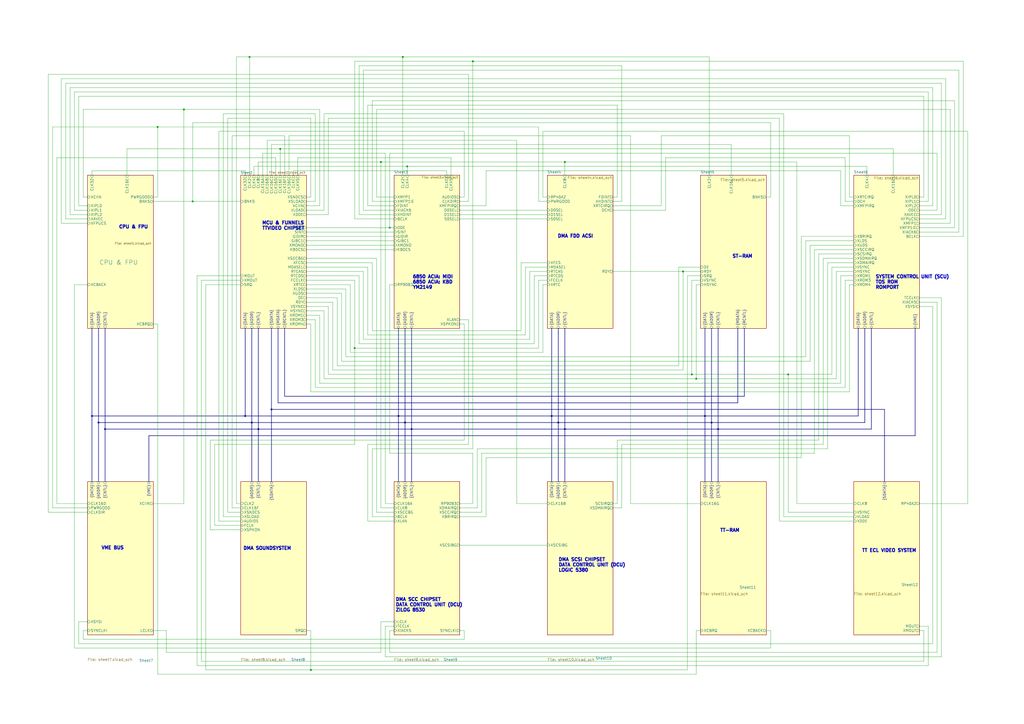
<source format=kicad_sch>
(kicad_sch
	(version 20231120)
	(generator "eeschema")
	(generator_version "8.0")
	(uuid "fc3f64bd-85c0-4dbf-b177-effed47dfeda")
	(paper "A2")
	(title_block
		(title "TT030/32")
		(date "2018-12-24")
	)
	(lib_symbols)
	(bus_alias "CNTL"
		(members "CNTL_FC[0..2]" "CNTL_XAS" "CNTL_XDS" "CNTL_RXW" "CNTL_SZ[0..1]"
			"CNTL_XPOR" "CNTL_XSTM" "CNTL_XDS[0..1]" "CNTL_XBERR" "CNTL_XBR" "CNTL_XBGA"
			"CNTL_XRES"
		)
	)
	(junction
		(at 238.76 248.92)
		(diameter 0)
		(color 0 0 0 0)
		(uuid "08b28395-efb4-4c21-b80b-9c7144139c54")
	)
	(junction
		(at 233.68 33.02)
		(diameter 0)
		(color 0 0 0 0)
		(uuid "0e332487-1b1a-4894-b037-7fe1647b1027")
	)
	(junction
		(at 111.76 116.84)
		(diameter 0)
		(color 0 0 0 0)
		(uuid "108ad8ec-214a-49e0-bbac-aad759624c59")
	)
	(junction
		(at 162.56 86.36)
		(diameter 0)
		(color 0 0 0 0)
		(uuid "16c1958a-fdb2-4c19-98c0-a21d8ed05042")
	)
	(junction
		(at 236.22 96.52)
		(diameter 0)
		(color 0 0 0 0)
		(uuid "24e19fde-5936-429a-ba96-34f385e0107d")
	)
	(junction
		(at 327.66 93.98)
		(diameter 0)
		(color 0 0 0 0)
		(uuid "307a466f-9bf2-471f-9205-6691477266d1")
	)
	(junction
		(at 327.66 248.92)
		(diameter 0)
		(color 0 0 0 0)
		(uuid "371241e8-cbba-4972-8f23-dbf3fc901afa")
	)
	(junction
		(at 274.32 35.56)
		(diameter 0)
		(color 0 0 0 0)
		(uuid "3c127c73-7bb1-4830-91db-4c2946a5b61c")
	)
	(junction
		(at 91.44 73.66)
		(diameter 0)
		(color 0 0 0 0)
		(uuid "3c286ad1-f863-4cbb-98dd-21cf2973ef27")
	)
	(junction
		(at 180.34 388.62)
		(diameter 0)
		(color 0 0 0 0)
		(uuid "3d361180-8712-4635-91b1-083ccdbb8ae7")
	)
	(junction
		(at 106.68 63.5)
		(diameter 0)
		(color 0 0 0 0)
		(uuid "4494e494-425e-490e-a479-925e72d18ab0")
	)
	(junction
		(at 53.34 241.3)
		(diameter 0)
		(color 0 0 0 0)
		(uuid "558a726f-0e73-47a9-98cb-88dd511e3a7d")
	)
	(junction
		(at 401.32 217.17)
		(diameter 0)
		(color 0 0 0 0)
		(uuid "628e95b8-bba6-430e-a476-4d5222bb6351")
	)
	(junction
		(at 412.75 245.11)
		(diameter 0)
		(color 0 0 0 0)
		(uuid "787ae108-1bcc-4af6-a973-01cec99a9270")
	)
	(junction
		(at 149.86 248.92)
		(diameter 0)
		(color 0 0 0 0)
		(uuid "81b6e1ac-31a8-4aec-a785-2b49f17a0fd7")
	)
	(junction
		(at 146.05 245.11)
		(diameter 0)
		(color 0 0 0 0)
		(uuid "82cfe939-b753-4df6-a4b4-be5e9fcc1588")
	)
	(junction
		(at 142.24 241.3)
		(diameter 0)
		(color 0 0 0 0)
		(uuid "87341bdf-0ee4-4e5c-946f-df4c8530215b")
	)
	(junction
		(at 231.14 241.3)
		(diameter 0)
		(color 0 0 0 0)
		(uuid "8a1f6893-5229-4dac-98d3-65bca27b95a8")
	)
	(junction
		(at 234.95 245.11)
		(diameter 0)
		(color 0 0 0 0)
		(uuid "8e9befce-dd07-4562-a0fb-08c9db35a376")
	)
	(junction
		(at 396.24 157.48)
		(diameter 0)
		(color 0 0 0 0)
		(uuid "8f0cbc29-b212-4cee-921b-b9b3f651dd36")
	)
	(junction
		(at 220.98 93.98)
		(diameter 0)
		(color 0 0 0 0)
		(uuid "923ada0a-1253-4f8d-8b10-b0774f0fcc34")
	)
	(junction
		(at 408.94 241.3)
		(diameter 0)
		(color 0 0 0 0)
		(uuid "9faf15ec-8ab1-4818-bc0c-10c1bd59e90b")
	)
	(junction
		(at 457.2 217.17)
		(diameter 0)
		(color 0 0 0 0)
		(uuid "a47330ca-083a-4ce7-932e-af85be773913")
	)
	(junction
		(at 57.15 245.11)
		(diameter 0)
		(color 0 0 0 0)
		(uuid "abfc500b-2a7e-4b52-8c87-776ce5585402")
	)
	(junction
		(at 323.85 245.11)
		(diameter 0)
		(color 0 0 0 0)
		(uuid "b62dfb9a-3315-4fd9-96eb-de4e05cef481")
	)
	(junction
		(at 320.04 241.3)
		(diameter 0)
		(color 0 0 0 0)
		(uuid "c1ce3dd4-bea4-4fcf-8cdb-6bf32772d5ab")
	)
	(junction
		(at 144.78 33.02)
		(diameter 0)
		(color 0 0 0 0)
		(uuid "cd3ef478-c1fd-496b-92fd-3e1f1c9fb8f8")
	)
	(junction
		(at 157.48 237.49)
		(diameter 0)
		(color 0 0 0 0)
		(uuid "ceb71c53-5981-4768-9bfb-02a1efcada72")
	)
	(junction
		(at 416.56 248.92)
		(diameter 0)
		(color 0 0 0 0)
		(uuid "d7cf99f1-a181-430c-bad8-04c08d365417")
	)
	(junction
		(at 205.74 201.93)
		(diameter 0)
		(color 0 0 0 0)
		(uuid "df4fddd6-4452-4f12-aa8c-07dc7658396a")
	)
	(junction
		(at 226.06 132.08)
		(diameter 0)
		(color 0 0 0 0)
		(uuid "e0d5ab2f-0b05-4659-977a-b6f35cd723b4")
	)
	(junction
		(at 403.86 219.71)
		(diameter 0)
		(color 0 0 0 0)
		(uuid "e5bf848c-986a-4839-b06d-986e21e288a5")
	)
	(junction
		(at 60.96 248.92)
		(diameter 0)
		(color 0 0 0 0)
		(uuid "ecae0c79-b642-4abc-bc3c-7f4f14b028b1")
	)
	(bus
		(pts
			(xy 86.36 252.73) (xy 530.86 252.73)
		)
		(stroke
			(width 0)
			(type default)
		)
		(uuid "004fead1-e1f9-46dd-9fd1-b294f0e94268")
	)
	(wire
		(pts
			(xy 274.32 292.1) (xy 266.7 292.1)
		)
		(stroke
			(width 0)
			(type default)
		)
		(uuid "00f834ee-d894-4dcc-8fc6-259f7b4d3ab1")
	)
	(wire
		(pts
			(xy 279.4 262.89) (xy 472.44 262.89)
		)
		(stroke
			(width 0)
			(type default)
		)
		(uuid "01988eb0-c678-4101-a8ef-9da1f477ca93")
	)
	(wire
		(pts
			(xy 281.94 119.38) (xy 281.94 99.06)
		)
		(stroke
			(width 0)
			(type default)
		)
		(uuid "02040e95-6b23-45fb-80fa-7a961c18a13b")
	)
	(wire
		(pts
			(xy 220.98 378.46) (xy 96.52 378.46)
		)
		(stroke
			(width 0)
			(type default)
		)
		(uuid "041c9d6d-5f3f-424d-846b-018bc8be394f")
	)
	(wire
		(pts
			(xy 309.88 160.02) (xy 317.5 160.02)
		)
		(stroke
			(width 0)
			(type default)
		)
		(uuid "042a554f-9d66-4412-8466-2969940ca732")
	)
	(wire
		(pts
			(xy 266.7 316.23) (xy 317.5 316.23)
		)
		(stroke
			(width 0)
			(type default)
		)
		(uuid "04be2c29-bb63-4364-894d-534324e8e1d0")
	)
	(wire
		(pts
			(xy 309.88 199.39) (xy 309.88 160.02)
		)
		(stroke
			(width 0)
			(type default)
		)
		(uuid "0500034d-2f41-4bca-9074-281bb47cc828")
	)
	(wire
		(pts
			(xy 160.02 101.6) (xy 160.02 91.44)
		)
		(stroke
			(width 0)
			(type default)
		)
		(uuid "06a4ff0b-9d45-411f-ba65-63f3fe460f8b")
	)
	(wire
		(pts
			(xy 198.12 209.55) (xy 469.9 209.55)
		)
		(stroke
			(width 0)
			(type default)
		)
		(uuid "074cbae3-fd03-4b45-9db7-e267062ca13f")
	)
	(wire
		(pts
			(xy 546.1 48.26) (xy 546.1 124.46)
		)
		(stroke
			(width 0)
			(type default)
		)
		(uuid "0768778d-47d8-4ba4-85b2-b81324e970c9")
	)
	(bus
		(pts
			(xy 57.15 190.5) (xy 57.15 245.11)
		)
		(stroke
			(width 0)
			(type default)
		)
		(uuid "085e5fec-bee9-40d9-9ea0-6d0fae0520e1")
	)
	(bus
		(pts
			(xy 53.34 241.3) (xy 53.34 279.4)
		)
		(stroke
			(width 0)
			(type default)
		)
		(uuid "08a1fe0f-f35b-44eb-84d5-2abd667d3c22")
	)
	(bus
		(pts
			(xy 416.56 248.92) (xy 505.46 248.92)
		)
		(stroke
			(width 0)
			(type default)
		)
		(uuid "0921f790-6e31-472f-87d5-e785e506c193")
	)
	(wire
		(pts
			(xy 205.74 201.93) (xy 312.42 201.93)
		)
		(stroke
			(width 0)
			(type default)
		)
		(uuid "0a5fdfda-213b-4683-bb22-042c12914841")
	)
	(wire
		(pts
			(xy 210.82 196.85) (xy 307.34 196.85)
		)
		(stroke
			(width 0)
			(type default)
		)
		(uuid "0c24f305-7c93-48f7-8d28-57a767f90c13")
	)
	(wire
		(pts
			(xy 228.6 124.46) (xy 208.28 124.46)
		)
		(stroke
			(width 0)
			(type default)
		)
		(uuid "0c426d23-9e02-45da-bc93-d8117b16890d")
	)
	(wire
		(pts
			(xy 236.22 96.52) (xy 502.92 96.52)
		)
		(stroke
			(width 0)
			(type default)
		)
		(uuid "0c8f5cc6-366a-44ce-8347-23c662a32fa2")
	)
	(wire
		(pts
			(xy 226.06 132.08) (xy 228.6 132.08)
		)
		(stroke
			(width 0)
			(type default)
		)
		(uuid "0cdcc84b-2b25-4f3f-a1ba-67f3399c3da7")
	)
	(wire
		(pts
			(xy 383.54 119.38) (xy 383.54 78.74)
		)
		(stroke
			(width 0)
			(type default)
		)
		(uuid "0d35a4e2-5de8-4bdf-853e-0508c1e6d871")
	)
	(wire
		(pts
			(xy 281.94 99.06) (xy 487.68 99.06)
		)
		(stroke
			(width 0)
			(type default)
		)
		(uuid "0de6a141-ff78-439c-bd51-41b634d4f051")
	)
	(wire
		(pts
			(xy 482.6 154.94) (xy 495.3 154.94)
		)
		(stroke
			(width 0)
			(type default)
		)
		(uuid "0de962e9-2f72-4459-ba38-c88e6173991d")
	)
	(wire
		(pts
			(xy 469.9 209.55) (xy 469.9 142.24)
		)
		(stroke
			(width 0)
			(type default)
		)
		(uuid "0e0edac8-73b2-434d-b175-55ca0df0819d")
	)
	(wire
		(pts
			(xy 137.16 292.1) (xy 139.7 292.1)
		)
		(stroke
			(width 0)
			(type default)
		)
		(uuid "0e18e15d-3e5d-467e-b41d-e23b37cf681f")
	)
	(wire
		(pts
			(xy 129.54 66.04) (xy 129.54 299.72)
		)
		(stroke
			(width 0)
			(type default)
		)
		(uuid "0e19570f-5c06-4ad4-acf1-57f5d27b164c")
	)
	(wire
		(pts
			(xy 27.94 43.18) (xy 27.94 297.18)
		)
		(stroke
			(width 0)
			(type default)
		)
		(uuid "0e5c8463-0f4a-4b3e-93c9-96713daf519d")
	)
	(wire
		(pts
			(xy 185.42 182.88) (xy 185.42 222.25)
		)
		(stroke
			(width 0)
			(type default)
		)
		(uuid "0eb9532c-6c48-4029-8c8f-cff8d2bb7fab")
	)
	(wire
		(pts
			(xy 490.22 162.56) (xy 490.22 224.79)
		)
		(stroke
			(width 0)
			(type default)
		)
		(uuid "0eefe3e5-1e72-41f1-87df-f45535dbc519")
	)
	(wire
		(pts
			(xy 299.72 292.1) (xy 317.5 292.1)
		)
		(stroke
			(width 0)
			(type default)
		)
		(uuid "0f3d155c-76f5-49f5-a4d9-5ef4bec031d9")
	)
	(wire
		(pts
			(xy 464.82 137.16) (xy 495.3 137.16)
		)
		(stroke
			(width 0)
			(type default)
		)
		(uuid "0f81ea26-7ced-4cd7-9478-31f09bfb2afe")
	)
	(wire
		(pts
			(xy 444.5 365.76) (xy 447.04 365.76)
		)
		(stroke
			(width 0)
			(type default)
		)
		(uuid "0faa162e-c2b0-4017-8dc1-018e56d45cd1")
	)
	(wire
		(pts
			(xy 190.5 68.58) (xy 452.12 68.58)
		)
		(stroke
			(width 0)
			(type default)
		)
		(uuid "0ff31c9b-2c7d-4edd-8f6c-3dd7583d2640")
	)
	(wire
		(pts
			(xy 472.44 262.89) (xy 472.44 144.78)
		)
		(stroke
			(width 0)
			(type default)
		)
		(uuid "10ae452e-8311-4cdf-9b49-0c1913591aab")
	)
	(bus
		(pts
			(xy 416.56 248.92) (xy 416.56 279.4)
		)
		(stroke
			(width 0)
			(type default)
		)
		(uuid "11229d17-a2e5-4b0a-8f5d-ba8d009ca5d0")
	)
	(bus
		(pts
			(xy 142.24 190.5) (xy 142.24 241.3)
		)
		(stroke
			(width 0)
			(type default)
		)
		(uuid "113bfee1-30c7-4756-a1ad-ae2d125deea3")
	)
	(wire
		(pts
			(xy 271.78 116.84) (xy 271.78 43.18)
		)
		(stroke
			(width 0)
			(type default)
		)
		(uuid "116ac07a-991b-46c4-9fef-bb340035964d")
	)
	(wire
		(pts
			(xy 210.82 40.64) (xy 556.26 40.64)
		)
		(stroke
			(width 0)
			(type default)
		)
		(uuid "1283a8ff-da08-45dd-bded-e5dcd23c87b1")
	)
	(wire
		(pts
			(xy 88.9 114.3) (xy 91.44 114.3)
		)
		(stroke
			(width 0)
			(type default)
		)
		(uuid "12d38ced-58ce-4032-991f-9ab986e89b22")
	)
	(wire
		(pts
			(xy 152.4 101.6) (xy 152.4 88.9)
		)
		(stroke
			(width 0)
			(type default)
		)
		(uuid "12e02578-d0dc-47c7-8db6-24ac5e0a02ce")
	)
	(wire
		(pts
			(xy 144.78 33.02) (xy 233.68 33.02)
		)
		(stroke
			(width 0)
			(type default)
		)
		(uuid "12f5dc58-90d7-43b9-9978-205b7e5c9b87")
	)
	(wire
		(pts
			(xy 200.66 167.64) (xy 200.66 207.01)
		)
		(stroke
			(width 0)
			(type default)
		)
		(uuid "1343ed02-e973-49c9-b2a8-7afc2c1c2d20")
	)
	(wire
		(pts
			(xy 269.24 76.2) (xy 127 76.2)
		)
		(stroke
			(width 0)
			(type default)
		)
		(uuid "13a2b59e-8e9b-46c8-8b36-88383b3e989c")
	)
	(bus
		(pts
			(xy 238.76 248.92) (xy 327.66 248.92)
		)
		(stroke
			(width 0)
			(type default)
		)
		(uuid "13f44734-31d3-42bb-a55b-01534aba366d")
	)
	(wire
		(pts
			(xy 401.32 162.56) (xy 406.4 162.56)
		)
		(stroke
			(width 0)
			(type default)
		)
		(uuid "140c8fa9-ccd5-4afd-b6cd-61eec82c4d0c")
	)
	(wire
		(pts
			(xy 215.9 299.72) (xy 228.6 299.72)
		)
		(stroke
			(width 0)
			(type default)
		)
		(uuid "14b94c8e-6565-49d4-8d34-94cb4f80ff70")
	)
	(wire
		(pts
			(xy 454.66 299.72) (xy 495.3 299.72)
		)
		(stroke
			(width 0)
			(type default)
		)
		(uuid "14eacaaf-8656-4d15-83ee-5d418abceec7")
	)
	(wire
		(pts
			(xy 127 302.26) (xy 139.7 302.26)
		)
		(stroke
			(width 0)
			(type default)
		)
		(uuid "15f6e3fa-b1c3-4131-bae8-643cf62c8c67")
	)
	(wire
		(pts
			(xy 551.18 129.54) (xy 533.4 129.54)
		)
		(stroke
			(width 0)
			(type default)
		)
		(uuid "1621878c-d73e-4e02-9097-18d6ec5f2fd7")
	)
	(wire
		(pts
			(xy 213.36 257.81) (xy 213.36 302.26)
		)
		(stroke
			(width 0)
			(type default)
		)
		(uuid "1622e28c-c866-4de5-8691-4f75c1fca56b")
	)
	(wire
		(pts
			(xy 172.72 101.6) (xy 172.72 91.44)
		)
		(stroke
			(width 0)
			(type default)
		)
		(uuid "163b12f7-ab9a-4c65-91c4-c2c187c87c65")
	)
	(bus
		(pts
			(xy 505.46 248.92) (xy 505.46 190.5)
		)
		(stroke
			(width 0)
			(type default)
		)
		(uuid "16a1a5c6-21ea-4b50-911a-f3d7ca1c3643")
	)
	(wire
		(pts
			(xy 233.68 33.02) (xy 233.68 101.6)
		)
		(stroke
			(width 0)
			(type default)
		)
		(uuid "177385f2-0816-4fa6-ae29-cd26dea13dbf")
	)
	(wire
		(pts
			(xy 271.78 185.42) (xy 271.78 257.81)
		)
		(stroke
			(width 0)
			(type default)
		)
		(uuid "17a2a9de-141f-4634-97c0-788099a8cab7")
	)
	(wire
		(pts
			(xy 134.62 294.64) (xy 139.7 294.64)
		)
		(stroke
			(width 0)
			(type default)
		)
		(uuid "1897081b-2ba7-47e5-881b-6756d22bea3c")
	)
	(wire
		(pts
			(xy 180.34 388.62) (xy 119.38 388.62)
		)
		(stroke
			(width 0)
			(type default)
		)
		(uuid "1937e875-c416-4e91-9dfd-0e55a8f06c90")
	)
	(wire
		(pts
			(xy 43.18 53.34) (xy 538.48 53.34)
		)
		(stroke
			(width 0)
			(type default)
		)
		(uuid "19583221-6444-4c97-b913-b48764f9856d")
	)
	(wire
		(pts
			(xy 147.32 101.6) (xy 147.32 96.52)
		)
		(stroke
			(width 0)
			(type default)
		)
		(uuid "19c1f89d-019b-4c22-a777-36d587a56d26")
	)
	(wire
		(pts
			(xy 447.04 375.92) (xy 43.18 375.92)
		)
		(stroke
			(width 0)
			(type default)
		)
		(uuid "1a06fb31-7347-4f17-85e5-efeb43736cf9")
	)
	(wire
		(pts
			(xy 38.1 48.26) (xy 546.1 48.26)
		)
		(stroke
			(width 0)
			(type default)
		)
		(uuid "1a8d9c14-9b7f-4cd3-9113-418e782486e9")
	)
	(wire
		(pts
			(xy 548.64 127) (xy 548.64 45.72)
		)
		(stroke
			(width 0)
			(type default)
		)
		(uuid "1b435800-4c5f-45f4-af84-59c933ca1a28")
	)
	(wire
		(pts
			(xy 561.34 292.1) (xy 561.34 76.2)
		)
		(stroke
			(width 0)
			(type default)
		)
		(uuid "1c5f8a8f-79fe-43bc-82b3-cac5d8d86a7e")
	)
	(bus
		(pts
			(xy 53.34 241.3) (xy 142.24 241.3)
		)
		(stroke
			(width 0)
			(type default)
		)
		(uuid "1c881ccf-29a9-4b04-9d08-143c026d2b1e")
	)
	(wire
		(pts
			(xy 119.38 165.1) (xy 119.38 388.62)
		)
		(stroke
			(width 0)
			(type default)
		)
		(uuid "1ca1dbdd-48da-405d-b7e7-2d02bc80bf40")
	)
	(wire
		(pts
			(xy 121.92 307.34) (xy 139.7 307.34)
		)
		(stroke
			(width 0)
			(type default)
		)
		(uuid "1df3d592-982e-4520-9282-0fa3519f9f6a")
	)
	(wire
		(pts
			(xy 266.7 185.42) (xy 271.78 185.42)
		)
		(stroke
			(width 0)
			(type default)
		)
		(uuid "1e7588ff-d1ef-4ac2-be29-86008e89e821")
	)
	(wire
		(pts
			(xy 396.24 157.48) (xy 396.24 214.63)
		)
		(stroke
			(width 0)
			(type default)
		)
		(uuid "1f1941b2-949f-470c-be82-52f039cb32fd")
	)
	(wire
		(pts
			(xy 538.48 386.08) (xy 538.48 363.22)
		)
		(stroke
			(width 0)
			(type default)
		)
		(uuid "1f8d957f-8876-4bc3-8e05-e8a3c263985a")
	)
	(wire
		(pts
			(xy 218.44 63.5) (xy 551.18 63.5)
		)
		(stroke
			(width 0)
			(type default)
		)
		(uuid "203023d3-463f-4ceb-8924-dc3c664a6f4b")
	)
	(wire
		(pts
			(xy 401.32 217.17) (xy 457.2 217.17)
		)
		(stroke
			(width 0)
			(type default)
		)
		(uuid "20f09c61-88f4-42e8-9e9a-94dc8d33981e")
	)
	(bus
		(pts
			(xy 327.66 248.92) (xy 327.66 279.4)
		)
		(stroke
			(width 0)
			(type default)
		)
		(uuid "216ca700-ac25-4e3c-9bff-3e127da2515a")
	)
	(wire
		(pts
			(xy 365.76 78.74) (xy 365.76 292.1)
		)
		(stroke
			(width 0)
			(type default)
		)
		(uuid "219b0f0e-2eaf-437c-a4a2-e6cfad64d7ff")
	)
	(wire
		(pts
			(xy 193.04 214.63) (xy 396.24 214.63)
		)
		(stroke
			(width 0)
			(type default)
		)
		(uuid "21d17de1-c1cb-4e50-b7fc-716cfd5602cf")
	)
	(wire
		(pts
			(xy 358.14 114.3) (xy 355.6 114.3)
		)
		(stroke
			(width 0)
			(type default)
		)
		(uuid "23e4ff61-6d3c-40f2-9271-0aee9fabe6ea")
	)
	(wire
		(pts
			(xy 561.34 76.2) (xy 314.96 76.2)
		)
		(stroke
			(width 0)
			(type default)
		)
		(uuid "241e3a2d-b7f6-4fcc-8497-26298c2c4bc6")
	)
	(wire
		(pts
			(xy 355.6 292.1) (xy 358.14 292.1)
		)
		(stroke
			(width 0)
			(type default)
		)
		(uuid "25691dd9-5e76-4810-b444-a14b58a1f61b")
	)
	(wire
		(pts
			(xy 220.98 360.68) (xy 220.98 378.46)
		)
		(stroke
			(width 0)
			(type default)
		)
		(uuid "2683b6e9-8600-41c7-9d8e-6a9b7e2ad56b")
	)
	(wire
		(pts
			(xy 281.94 119.38) (xy 266.7 119.38)
		)
		(stroke
			(width 0)
			(type default)
		)
		(uuid "26c2e4fb-67fb-4cf9-97d8-fc764acf808f")
	)
	(wire
		(pts
			(xy 447.04 114.3) (xy 444.5 114.3)
		)
		(stroke
			(width 0)
			(type default)
		)
		(uuid "272a98d5-1a80-44de-93c7-45299f3101ae")
	)
	(wire
		(pts
			(xy 518.16 86.36) (xy 162.56 86.36)
		)
		(stroke
			(width 0)
			(type default)
		)
		(uuid "273a3690-002e-4ed6-acf9-b8b8cb237d97")
	)
	(bus
		(pts
			(xy 149.86 248.92) (xy 149.86 279.4)
		)
		(stroke
			(width 0)
			(type default)
		)
		(uuid "284d82ec-b369-413e-9ada-b0b544c31c75")
	)
	(wire
		(pts
			(xy 170.18 99.06) (xy 259.08 99.06)
		)
		(stroke
			(width 0)
			(type default)
		)
		(uuid "289a6e04-9c23-4a8d-b3f2-ac02c89a226c")
	)
	(wire
		(pts
			(xy 177.8 119.38) (xy 185.42 119.38)
		)
		(stroke
			(width 0)
			(type default)
		)
		(uuid "2a176bb0-1461-4ccf-80f0-ffb9522df9b0")
	)
	(wire
		(pts
			(xy 485.14 219.71) (xy 485.14 157.48)
		)
		(stroke
			(width 0)
			(type default)
		)
		(uuid "2c3b2a14-3808-4ece-9c48-e998bd47edcc")
	)
	(wire
		(pts
			(xy 203.2 204.47) (xy 314.96 204.47)
		)
		(stroke
			(width 0)
			(type default)
		)
		(uuid "2d5cfece-c782-45ca-a5d4-1d173b9c9ca9")
	)
	(wire
		(pts
			(xy 190.5 217.17) (xy 401.32 217.17)
		)
		(stroke
			(width 0)
			(type default)
		)
		(uuid "2dadbb7c-58e7-430f-bafe-5984f1b0bbe1")
	)
	(wire
		(pts
			(xy 73.66 86.36) (xy 162.56 86.36)
		)
		(stroke
			(width 0)
			(type default)
		)
		(uuid "2dcd905c-9d7a-47b7-8aff-3e4cbeadb497")
	)
	(wire
		(pts
			(xy 274.32 35.56) (xy 558.8 35.56)
		)
		(stroke
			(width 0)
			(type default)
		)
		(uuid "2ef1fe96-5fca-4df0-aafa-667a59acc0dc")
	)
	(wire
		(pts
			(xy 269.24 114.3) (xy 269.24 76.2)
		)
		(stroke
			(width 0)
			(type default)
		)
		(uuid "30714af8-bd6d-4d79-9063-adc85b8a0cb3")
	)
	(wire
		(pts
			(xy 543.56 378.46) (xy 226.06 378.46)
		)
		(stroke
			(width 0)
			(type default)
		)
		(uuid "31a4fa59-e2bf-4b62-9bde-9d9c405cf39c")
	)
	(wire
		(pts
			(xy 457.2 217.17) (xy 482.6 217.17)
		)
		(stroke
			(width 0)
			(type default)
		)
		(uuid "31d90c0d-3557-4fcf-ba00-2659ddc35dd4")
	)
	(bus
		(pts
			(xy 149.86 248.92) (xy 238.76 248.92)
		)
		(stroke
			(width 0)
			(type default)
		)
		(uuid "32d602b0-3512-453f-87ee-8841a035cc8d")
	)
	(wire
		(pts
			(xy 106.68 292.1) (xy 106.68 63.5)
		)
		(stroke
			(width 0)
			(type default)
		)
		(uuid "33559e86-b253-41c8-bf38-23af9cb5946b")
	)
	(wire
		(pts
			(xy 487.68 119.38) (xy 495.3 119.38)
		)
		(stroke
			(width 0)
			(type default)
		)
		(uuid "34104dd6-cce1-4d4c-8f73-b6226d44a646")
	)
	(bus
		(pts
			(xy 234.95 245.11) (xy 234.95 279.4)
		)
		(stroke
			(width 0)
			(type default)
		)
		(uuid "342a0e3b-0bd1-4080-a60a-c71a340f9d21")
	)
	(wire
		(pts
			(xy 134.62 78.74) (xy 134.62 294.64)
		)
		(stroke
			(width 0)
			(type default)
		)
		(uuid "352df1d6-4ae1-43a5-ba4b-f6166be5dffe")
	)
	(wire
		(pts
			(xy 355.6 294.64) (xy 360.68 294.64)
		)
		(stroke
			(width 0)
			(type default)
		)
		(uuid "361d1aac-23a8-493a-87f3-51f1b68270f4")
	)
	(wire
		(pts
			(xy 50.8 127) (xy 38.1 127)
		)
		(stroke
			(width 0)
			(type default)
		)
		(uuid "3671cc75-dbec-40f7-81e0-22f89f77759f")
	)
	(wire
		(pts
			(xy 472.44 144.78) (xy 495.3 144.78)
		)
		(stroke
			(width 0)
			(type default)
		)
		(uuid "367a00df-b4cb-456e-abe0-8617d8f89cb3")
	)
	(wire
		(pts
			(xy 383.54 78.74) (xy 492.76 78.74)
		)
		(stroke
			(width 0)
			(type default)
		)
		(uuid "36a6f7a7-58e8-4af8-bfc4-0ce4e3362f88")
	)
	(wire
		(pts
			(xy 477.52 257.81) (xy 477.52 149.86)
		)
		(stroke
			(width 0)
			(type default)
		)
		(uuid "37432747-c5ed-4e61-8cf7-1694153b83d8")
	)
	(wire
		(pts
			(xy 548.64 45.72) (xy 35.56 45.72)
		)
		(stroke
			(width 0)
			(type default)
		)
		(uuid "37572e8d-1ebc-4170-8e1a-13463d849e15")
	)
	(wire
		(pts
			(xy 424.18 83.82) (xy 424.18 101.6)
		)
		(stroke
			(width 0)
			(type default)
		)
		(uuid "37af5d69-a947-46b6-9542-9fec888fd0a8")
	)
	(wire
		(pts
			(xy 396.24 157.48) (xy 406.4 157.48)
		)
		(stroke
			(width 0)
			(type default)
		)
		(uuid "389a78b8-a74b-4ed4-8209-1cc8c2c77724")
	)
	(bus
		(pts
			(xy 497.84 241.3) (xy 497.84 190.5)
		)
		(stroke
			(width 0)
			(type default)
		)
		(uuid "3970a150-3df7-4381-a137-0657405d4195")
	)
	(wire
		(pts
			(xy 447.04 365.76) (xy 447.04 375.92)
		)
		(stroke
			(width 0)
			(type default)
		)
		(uuid "3bab6931-5378-4317-b86b-04fcd9296d2d")
	)
	(wire
		(pts
			(xy 543.56 175.26) (xy 543.56 378.46)
		)
		(stroke
			(width 0)
			(type default)
		)
		(uuid "3c2a3e40-89cb-40cd-9a29-44e8ac62afe5")
	)
	(wire
		(pts
			(xy 279.4 297.18) (xy 279.4 262.89)
		)
		(stroke
			(width 0)
			(type default)
		)
		(uuid "3cd2843b-c257-448d-8d8a-330423eb435f")
	)
	(wire
		(pts
			(xy 492.76 227.33) (xy 492.76 165.1)
		)
		(stroke
			(width 0)
			(type default)
		)
		(uuid "3df0f408-c49e-41d9-a225-99c291f1cd64")
	)
	(wire
		(pts
			(xy 261.62 91.44) (xy 261.62 101.6)
		)
		(stroke
			(width 0)
			(type default)
		)
		(uuid "3e1abb89-099b-4fda-b69f-aabc8d0401ce")
	)
	(wire
		(pts
			(xy 533.4 177.8) (xy 541.02 177.8)
		)
		(stroke
			(width 0)
			(type default)
		)
		(uuid "4045e43c-296e-4784-adb8-908a9dcf3e67")
	)
	(wire
		(pts
			(xy 215.9 152.4) (xy 215.9 191.77)
		)
		(stroke
			(width 0)
			(type default)
		)
		(uuid "409337c1-6469-4909-b499-b343f662b610")
	)
	(wire
		(pts
			(xy 30.48 73.66) (xy 30.48 294.64)
		)
		(stroke
			(width 0)
			(type default)
		)
		(uuid "41124aa4-86d7-4be7-a9fc-5cb9990501e0")
	)
	(wire
		(pts
			(xy 403.86 365.76) (xy 403.86 391.16)
		)
		(stroke
			(width 0)
			(type default)
		)
		(uuid "41a709bb-8263-4845-be77-5318a68bf62b")
	)
	(wire
		(pts
			(xy 411.48 33.02) (xy 411.48 101.6)
		)
		(stroke
			(width 0)
			(type default)
		)
		(uuid "42b9e2f9-98e4-4ead-ac95-477098199c20")
	)
	(wire
		(pts
			(xy 266.7 187.96) (xy 269.24 187.96)
		)
		(stroke
			(width 0)
			(type default)
		)
		(uuid "430477c9-2a26-4376-9401-1e8523ee140e")
	)
	(wire
		(pts
			(xy 482.6 217.17) (xy 482.6 154.94)
		)
		(stroke
			(width 0)
			(type default)
		)
		(uuid "430989b8-e0f8-4fd8-b16f-438d05d5af49")
	)
	(wire
		(pts
			(xy 200.66 207.01) (xy 467.36 207.01)
		)
		(stroke
			(width 0)
			(type default)
		)
		(uuid "43d1a7ff-33e3-496f-adb9-f59c69314dbb")
	)
	(wire
		(pts
			(xy 314.96 76.2) (xy 314.96 114.3)
		)
		(stroke
			(width 0)
			(type default)
		)
		(uuid "4408dfe1-31d9-4dec-8742-b183ec665592")
	)
	(wire
		(pts
			(xy 403.86 219.71) (xy 485.14 219.71)
		)
		(stroke
			(width 0)
			(type default)
		)
		(uuid "452a730d-302a-46bd-978b-1f032c3758ce")
	)
	(wire
		(pts
			(xy 355.6 157.48) (xy 396.24 157.48)
		)
		(stroke
			(width 0)
			(type default)
		)
		(uuid "456cb667-079d-4e3f-984b-97beed0a864b")
	)
	(wire
		(pts
			(xy 114.3 386.08) (xy 538.48 386.08)
		)
		(stroke
			(width 0)
			(type default)
		)
		(uuid "465a0914-af2a-4997-810b-9d4166d5ee42")
	)
	(wire
		(pts
			(xy 553.72 58.42) (xy 215.9 58.42)
		)
		(stroke
			(width 0)
			(type default)
		)
		(uuid "467b189f-22bd-4f79-b492-9a48cf5a497e")
	)
	(bus
		(pts
			(xy 57.15 245.11) (xy 57.15 279.4)
		)
		(stroke
			(width 0)
			(type default)
		)
		(uuid "46c25c00-ff45-45db-9b71-574a01be130f")
	)
	(wire
		(pts
			(xy 307.34 196.85) (xy 307.34 157.48)
		)
		(stroke
			(width 0)
			(type default)
		)
		(uuid "47a500e6-ce09-40a9-a403-8d72da540ba7")
	)
	(wire
		(pts
			(xy 474.98 147.32) (xy 495.3 147.32)
		)
		(stroke
			(width 0)
			(type default)
		)
		(uuid "47b05c4b-9a8a-4bf4-b3f2-869bdeb58f50")
	)
	(wire
		(pts
			(xy 546.1 172.72) (xy 546.1 381)
		)
		(stroke
			(width 0)
			(type default)
		)
		(uuid "49fe1d0f-3aa8-441c-b785-0a96f685e0b0")
	)
	(wire
		(pts
			(xy 398.78 160.02) (xy 406.4 160.02)
		)
		(stroke
			(width 0)
			(type default)
		)
		(uuid "4afc1d2e-8e89-4e94-b5d3-3d4df0a502e6")
	)
	(wire
		(pts
			(xy 129.54 299.72) (xy 139.7 299.72)
		)
		(stroke
			(width 0)
			(type default)
		)
		(uuid "4b4718df-1b89-4fe1-a978-a778c701c4fb")
	)
	(wire
		(pts
			(xy 50.8 121.92) (xy 43.18 121.92)
		)
		(stroke
			(width 0)
			(type default)
		)
		(uuid "4c21800d-7cb8-4b6e-89e3-7773043b6b1f")
	)
	(bus
		(pts
			(xy 327.66 248.92) (xy 416.56 248.92)
		)
		(stroke
			(width 0)
			(type default)
		)
		(uuid "4c4e1280-67ac-489a-8b4c-f167b918b6e7")
	)
	(wire
		(pts
			(xy 167.64 101.6) (xy 167.64 78.74)
		)
		(stroke
			(width 0)
			(type default)
		)
		(uuid "4cbacd6f-fe4f-4015-a742-9eaa7f9cbcee")
	)
	(wire
		(pts
			(xy 91.44 73.66) (xy 30.48 73.66)
		)
		(stroke
			(width 0)
			(type default)
		)
		(uuid "4cbfe096-d2f2-4095-b7bf-9918e3e8eae1")
	)
	(wire
		(pts
			(xy 215.9 116.84) (xy 228.6 116.84)
		)
		(stroke
			(width 0)
			(type default)
		)
		(uuid "4cd07623-dffd-438c-a71b-5c8d8d299c20")
	)
	(wire
		(pts
			(xy 269.24 370.84) (xy 48.26 370.84)
		)
		(stroke
			(width 0)
			(type default)
		)
		(uuid "4ce04235-9943-4e18-9196-0ceaf0bdd030")
	)
	(wire
		(pts
			(xy 469.9 142.24) (xy 495.3 142.24)
		)
		(stroke
			(width 0)
			(type default)
		)
		(uuid "4d92ad23-3e7a-48f0-8d7d-590b305a50a4")
	)
	(wire
		(pts
			(xy 177.8 124.46) (xy 190.5 124.46)
		)
		(stroke
			(width 0)
			(type default)
		)
		(uuid "4ea76520-5a86-4b9e-9a63-95917c2a22ee")
	)
	(wire
		(pts
			(xy 533.4 119.38) (xy 541.02 119.38)
		)
		(stroke
			(width 0)
			(type default)
		)
		(uuid "4f05793e-4afe-4ba1-8f3a-80e593709375")
	)
	(bus
		(pts
			(xy 408.94 241.3) (xy 408.94 279.4)
		)
		(stroke
			(width 0)
			(type default)
		)
		(uuid "4f0c857f-e022-48d5-971d-84f03e04c980")
	)
	(wire
		(pts
			(xy 27.94 297.18) (xy 50.8 297.18)
		)
		(stroke
			(width 0)
			(type default)
		)
		(uuid "4fd8b3e9-24cd-45d2-a6e6-1b582a01c606")
	)
	(wire
		(pts
			(xy 314.96 165.1) (xy 317.5 165.1)
		)
		(stroke
			(width 0)
			(type default)
		)
		(uuid "505498b8-c7dd-44c5-938e-929fd4979ef8")
	)
	(wire
		(pts
			(xy 546.1 124.46) (xy 533.4 124.46)
		)
		(stroke
			(width 0)
			(type default)
		)
		(uuid "509c4aae-0c93-48d5-ac79-444644663668")
	)
	(wire
		(pts
			(xy 355.6 119.38) (xy 383.54 119.38)
		)
		(stroke
			(width 0)
			(type default)
		)
		(uuid "50e63ff1-7f48-4407-b530-0116ecad682a")
	)
	(bus
		(pts
			(xy 60.96 248.92) (xy 60.96 279.4)
		)
		(stroke
			(width 0)
			(type default)
		)
		(uuid "50ed8f54-ee14-474c-a272-bcc413c89172")
	)
	(wire
		(pts
			(xy 35.56 45.72) (xy 35.56 129.54)
		)
		(stroke
			(width 0)
			(type default)
		)
		(uuid "5169e655-4efd-420c-8060-b197fb7236a5")
	)
	(wire
		(pts
			(xy 213.36 60.96) (xy 358.14 60.96)
		)
		(stroke
			(width 0)
			(type default)
		)
		(uuid "52503e48-c828-4f40-8bf7-36bb74b6e91b")
	)
	(wire
		(pts
			(xy 312.42 116.84) (xy 312.42 73.66)
		)
		(stroke
			(width 0)
			(type default)
		)
		(uuid "52c11536-1269-44e7-b909-0b8d00f2b127")
	)
	(wire
		(pts
			(xy 452.12 302.26) (xy 495.3 302.26)
		)
		(stroke
			(width 0)
			(type default)
		)
		(uuid "53e83655-fba6-4b9f-9396-32ba96b69466")
	)
	(wire
		(pts
			(xy 541.02 373.38) (xy 45.72 373.38)
		)
		(stroke
			(width 0)
			(type default)
		)
		(uuid "547a1974-263c-46ee-908a-88a85e653bcc")
	)
	(wire
		(pts
			(xy 220.98 294.64) (xy 228.6 294.64)
		)
		(stroke
			(width 0)
			(type default)
		)
		(uuid "54b7eac8-fcc4-472b-9568-4c98cc8febcf")
	)
	(wire
		(pts
			(xy 88.9 116.84) (xy 111.76 116.84)
		)
		(stroke
			(width 0)
			(type default)
		)
		(uuid "553cc847-0c5d-4dc1-bcdc-b4ca621a5fb8")
	)
	(wire
		(pts
			(xy 304.8 194.31) (xy 304.8 154.94)
		)
		(stroke
			(width 0)
			(type default)
		)
		(uuid "559cf8f6-9196-465c-9327-e35a01f5ea1b")
	)
	(wire
		(pts
			(xy 403.86 391.16) (xy 91.44 391.16)
		)
		(stroke
			(width 0)
			(type default)
		)
		(uuid "571752a8-5524-49e1-bfc2-9e3dd61c01fa")
	)
	(wire
		(pts
			(xy 276.86 260.35) (xy 480.06 260.35)
		)
		(stroke
			(width 0)
			(type default)
		)
		(uuid "5759d7b6-29e0-46e6-9562-ce25e09aa29d")
	)
	(wire
		(pts
			(xy 177.8 165.1) (xy 203.2 165.1)
		)
		(stroke
			(width 0)
			(type default)
		)
		(uuid "58117189-7263-48c7-bcfd-3a0517a32183")
	)
	(wire
		(pts
			(xy 167.64 78.74) (xy 365.76 78.74)
		)
		(stroke
			(width 0)
			(type default)
		)
		(uuid "58535800-0857-4ef4-b5d1-7efc46a15499")
	)
	(wire
		(pts
			(xy 177.8 137.16) (xy 228.6 137.16)
		)
		(stroke
			(width 0)
			(type default)
		)
		(uuid "5928afe5-7020-4af5-9135-8c78d2fbb6e1")
	)
	(wire
		(pts
			(xy 177.8 170.18) (xy 198.12 170.18)
		)
		(stroke
			(width 0)
			(type default)
		)
		(uuid "5b4ae7ee-87ba-415a-a5c0-e86e27601d15")
	)
	(wire
		(pts
			(xy 190.5 177.8) (xy 190.5 217.17)
		)
		(stroke
			(width 0)
			(type default)
		)
		(uuid "5ba7b598-a8c7-417e-b5e4-929e65ed6a49")
	)
	(wire
		(pts
			(xy 299.72 81.28) (xy 299.72 292.1)
		)
		(stroke
			(width 0)
			(type default)
		)
		(uuid "5bd6b31d-f742-4f76-9401-8440ad672c46")
	)
	(wire
		(pts
			(xy 457.2 297.18) (xy 495.3 297.18)
		)
		(stroke
			(width 0)
			(type default)
		)
		(uuid "5c3dbf66-16d6-4215-a0e4-b2e7fd3a2b18")
	)
	(wire
		(pts
			(xy 393.7 212.09) (xy 393.7 154.94)
		)
		(stroke
			(width 0)
			(type default)
		)
		(uuid "5c3e8eac-cc1a-42aa-9c55-058ad1d5384e")
	)
	(wire
		(pts
			(xy 226.06 165.1) (xy 226.06 262.89)
		)
		(stroke
			(width 0)
			(type default)
		)
		(uuid "5d1dca4b-a0b9-42e3-bc05-3f4bc0d0b02d")
	)
	(wire
		(pts
			(xy 266.7 114.3) (xy 269.24 114.3)
		)
		(stroke
			(width 0)
			(type default)
		)
		(uuid "5daf770e-04f7-4ed0-afc1-5ddef7ac2e2c")
	)
	(wire
		(pts
			(xy 91.44 187.96) (xy 91.44 391.16)
		)
		(stroke
			(width 0)
			(type default)
		)
		(uuid "5de5af02-9829-41e4-a7b6-d1a9b9020a05")
	)
	(wire
		(pts
			(xy 533.4 132.08) (xy 553.72 132.08)
		)
		(stroke
			(width 0)
			(type default)
		)
		(uuid "5df5b3cb-b5df-45c0-b8d5-9407c5fc037a")
	)
	(wire
		(pts
			(xy 226.06 365.76) (xy 228.6 365.76)
		)
		(stroke
			(width 0)
			(type default)
		)
		(uuid "5e059b48-cde9-4719-a96e-98fb84f5cf80")
	)
	(wire
		(pts
			(xy 213.36 119.38) (xy 213.36 60.96)
		)
		(stroke
			(width 0)
			(type default)
		)
		(uuid "5e758381-69cb-4797-8400-d0a8220ac6da")
	)
	(wire
		(pts
			(xy 198.12 170.18) (xy 198.12 209.55)
		)
		(stroke
			(width 0)
			(type default)
		)
		(uuid "5f0f477d-f71b-4342-b881-88e925e2bd01")
	)
	(wire
		(pts
			(xy 492.76 78.74) (xy 492.76 114.3)
		)
		(stroke
			(width 0)
			(type default)
		)
		(uuid "5f1663fa-4ed9-4fe9-a4a5-da8bb39e9d28")
	)
	(wire
		(pts
			(xy 210.82 157.48) (xy 210.82 196.85)
		)
		(stroke
			(width 0)
			(type default)
		)
		(uuid "5f4f604c-bb30-4965-98a9-7ff3f06e2776")
	)
	(wire
		(pts
			(xy 124.46 257.81) (xy 124.46 304.8)
		)
		(stroke
			(width 0)
			(type default)
		)
		(uuid "5f507b09-b1a5-415a-bc87-352b088e5afa")
	)
	(wire
		(pts
			(xy 490.22 116.84) (xy 495.3 116.84)
		)
		(stroke
			(width 0)
			(type default)
		)
		(uuid "5f83bdc9-8a14-46ae-85de-a975f2c16113")
	)
	(wire
		(pts
			(xy 226.06 378.46) (xy 226.06 365.76)
		)
		(stroke
			(width 0)
			(type default)
		)
		(uuid "5f9c20a1-5cbd-4370-85e4-a737cd865e76")
	)
	(wire
		(pts
			(xy 480.06 152.4) (xy 495.3 152.4)
		)
		(stroke
			(width 0)
			(type default)
		)
		(uuid "613c72dd-bcf9-4bb8-90ad-bbb60765ff8b")
	)
	(wire
		(pts
			(xy 266.7 297.18) (xy 279.4 297.18)
		)
		(stroke
			(width 0)
			(type default)
		)
		(uuid "61fa1167-6d08-430b-ba3e-bbf5cacaa4eb")
	)
	(wire
		(pts
			(xy 543.56 121.92) (xy 533.4 121.92)
		)
		(stroke
			(width 0)
			(type default)
		)
		(uuid "622f7936-b6fc-4f45-9c1c-77143f13d9db")
	)
	(wire
		(pts
			(xy 462.28 93.98) (xy 462.28 292.1)
		)
		(stroke
			(width 0)
			(type default)
		)
		(uuid "62c336a2-d77d-4426-88aa-6f75d3deeea2")
	)
	(wire
		(pts
			(xy 477.52 149.86) (xy 495.3 149.86)
		)
		(stroke
			(width 0)
			(type default)
		)
		(uuid "63387269-3994-4e3e-9943-198421564ce9")
	)
	(bus
		(pts
			(xy 231.14 241.3) (xy 231.14 279.4)
		)
		(stroke
			(width 0)
			(type default)
		)
		(uuid "6404e505-7089-4f27-8840-f1ec426cd689")
	)
	(wire
		(pts
			(xy 220.98 360.68) (xy 228.6 360.68)
		)
		(stroke
			(width 0)
			(type default)
		)
		(uuid "64b46307-6612-4fc4-abba-07002a0c82bc")
	)
	(wire
		(pts
			(xy 180.34 114.3) (xy 180.34 68.58)
		)
		(stroke
			(width 0)
			(type default)
		)
		(uuid "64eb878c-f745-4d2c-a8c5-d3feac1e0eca")
	)
	(wire
		(pts
			(xy 538.48 116.84) (xy 533.4 116.84)
		)
		(stroke
			(width 0)
			(type default)
		)
		(uuid "65e823f5-1c51-40b5-a70d-72e0480f7504")
	)
	(wire
		(pts
			(xy 157.48 101.6) (xy 157.48 83.82)
		)
		(stroke
			(width 0)
			(type default)
		)
		(uuid "65f485c8-16da-487b-9d17-69196e6925a8")
	)
	(bus
		(pts
			(xy 320.04 241.3) (xy 320.04 279.4)
		)
		(stroke
			(width 0)
			(type default)
		)
		(uuid "66267407-bfdc-4987-8521-c8e7c5194078")
	)
	(wire
		(pts
			(xy 48.26 114.3) (xy 50.8 114.3)
		)
		(stroke
			(width 0)
			(type default)
		)
		(uuid "665ba0fc-31fa-472c-a510-63cddde2286c")
	)
	(wire
		(pts
			(xy 205.74 127) (xy 228.6 127)
		)
		(stroke
			(width 0)
			(type default)
		)
		(uuid "6699bc95-d1d4-45d5-a0d5-a8723b5aa2e6")
	)
	(wire
		(pts
			(xy 398.78 160.02) (xy 398.78 388.62)
		)
		(stroke
			(width 0)
			(type default)
		)
		(uuid "66d39072-3897-442d-af03-de3438b310e2")
	)
	(wire
		(pts
			(xy 177.8 180.34) (xy 187.96 180.34)
		)
		(stroke
			(width 0)
			(type default)
		)
		(uuid "67e21d4b-dd77-4924-a130-efd52608eb02")
	)
	(wire
		(pts
			(xy 35.56 129.54) (xy 50.8 129.54)
		)
		(stroke
			(width 0)
			(type default)
		)
		(uuid "682264c3-2ba8-451b-a08f-994bf233041f")
	)
	(wire
		(pts
			(xy 38.1 127) (xy 38.1 48.26)
		)
		(stroke
			(width 0)
			(type default)
		)
		(uuid "684d4ba3-acb2-499b-a850-d045ebebe2ec")
	)
	(wire
		(pts
			(xy 187.96 219.71) (xy 403.86 219.71)
		)
		(stroke
			(width 0)
			(type default)
		)
		(uuid "69954649-a854-4325-8ce5-ed369b21852f")
	)
	(wire
		(pts
			(xy 480.06 260.35) (xy 480.06 152.4)
		)
		(stroke
			(width 0)
			(type default)
		)
		(uuid "69e5be9d-a00f-4b4c-8d5c-4475748d1249")
	)
	(wire
		(pts
			(xy 220.98 93.98) (xy 327.66 93.98)
		)
		(stroke
			(width 0)
			(type default)
		)
		(uuid "6a0fcb50-c5ec-43d2-8623-4fde69ef48e9")
	)
	(wire
		(pts
			(xy 177.8 187.96) (xy 180.34 187.96)
		)
		(stroke
			(width 0)
			(type default)
		)
		(uuid "6a2441f3-61ea-4df9-8b15-a03592f929da")
	)
	(wire
		(pts
			(xy 467.36 139.7) (xy 495.3 139.7)
		)
		(stroke
			(width 0)
			(type default)
		)
		(uuid "6adf8ec0-2543-49a1-8670-827e11806c86")
	)
	(wire
		(pts
			(xy 281.94 299.72) (xy 281.94 265.43)
		)
		(stroke
			(width 0)
			(type default)
		)
		(uuid "6bb3ee9a-a23e-4c2a-93f4-359bdddb8538")
	)
	(wire
		(pts
			(xy 276.86 294.64) (xy 276.86 260.35)
		)
		(stroke
			(width 0)
			(type default)
		)
		(uuid "6ca79bd2-c03c-418e-a50a-df4b3906e69c")
	)
	(wire
		(pts
			(xy 215.9 260.35) (xy 215.9 299.72)
		)
		(stroke
			(width 0)
			(type default)
		)
		(uuid "6d95f1d4-addd-4078-8b9e-2068e88a5279")
	)
	(wire
		(pts
			(xy 533.4 127) (xy 548.64 127)
		)
		(stroke
			(width 0)
			(type default)
		)
		(uuid "6daa467b-e2e6-41d5-9264-88a09b3e991c")
	)
	(wire
		(pts
			(xy 40.64 50.8) (xy 541.02 50.8)
		)
		(stroke
			(width 0)
			(type default)
		)
		(uuid "6dd1d7d0-7a47-442d-882e-4e8de71bf1c6")
	)
	(wire
		(pts
			(xy 223.52 88.9) (xy 223.52 292.1)
		)
		(stroke
			(width 0)
			(type default)
		)
		(uuid "6e691751-e6ba-4d6a-9101-f7166ce784b2")
	)
	(bus
		(pts
			(xy 146.05 190.5) (xy 146.05 245.11)
		)
		(stroke
			(width 0)
			(type default)
		)
		(uuid "6ef8172a-b6df-4029-bf09-b1af0ed64432")
	)
	(wire
		(pts
			(xy 177.8 172.72) (xy 195.58 172.72)
		)
		(stroke
			(width 0)
			(type default)
		)
		(uuid "6fe126f7-1253-4810-a1f5-6a35b6acf202")
	)
	(wire
		(pts
			(xy 236.22 96.52) (xy 236.22 101.6)
		)
		(stroke
			(width 0)
			(type default)
		)
		(uuid "6fe9f18c-ef9a-4555-91c9-9312970e1aba")
	)
	(wire
		(pts
			(xy 213.36 302.26) (xy 228.6 302.26)
		)
		(stroke
			(width 0)
			(type default)
		)
		(uuid "7041c6f5-58cb-42cb-bc02-57d0d952ee12")
	)
	(wire
		(pts
			(xy 177.8 116.84) (xy 182.88 116.84)
		)
		(stroke
			(width 0)
			(type default)
		)
		(uuid "718f14f4-7d64-4590-b3a8-9d94c60d7665")
	)
	(wire
		(pts
			(xy 474.98 255.27) (xy 474.98 147.32)
		)
		(stroke
			(width 0)
			(type default)
		)
		(uuid "71b04710-f2e5-43f7-9fe0-400c30ab5986")
	)
	(wire
		(pts
			(xy 165.1 78.74) (xy 134.62 78.74)
		)
		(stroke
			(width 0)
			(type default)
		)
		(uuid "71b442e6-9fb8-4c19-b6c2-83483f2cad08")
	)
	(wire
		(pts
			(xy 180.34 227.33) (xy 492.76 227.33)
		)
		(stroke
			(width 0)
			(type default)
		)
		(uuid "71cbc841-a76b-4913-b0fe-d6f5c84827f1")
	)
	(wire
		(pts
			(xy 266.7 299.72) (xy 281.94 299.72)
		)
		(stroke
			(width 0)
			(type default)
		)
		(uuid "71d01e83-6c23-4f05-878b-30222bcf939a")
	)
	(wire
		(pts
			(xy 213.36 154.94) (xy 213.36 194.31)
		)
		(stroke
			(width 0)
			(type default)
		)
		(uuid "71ef3dc8-e8a4-4ac3-bbc4-b9ca3508231f")
	)
	(wire
		(pts
			(xy 177.8 154.94) (xy 213.36 154.94)
		)
		(stroke
			(width 0)
			(type default)
		)
		(uuid "721a232e-3a40-4a7e-823d-5ba911b84f86")
	)
	(wire
		(pts
			(xy 193.04 175.26) (xy 193.04 214.63)
		)
		(stroke
			(width 0)
			(type default)
		)
		(uuid "7374d2f9-2d2c-4b77-b3a0-dcb7c7d2fbe1")
	)
	(wire
		(pts
			(xy 266.7 365.76) (xy 269.24 365.76)
		)
		(stroke
			(width 0)
			(type default)
		)
		(uuid "737c4c13-328d-4699-8ef0-6a32d271ec7c")
	)
	(wire
		(pts
			(xy 182.88 66.04) (xy 129.54 66.04)
		)
		(stroke
			(width 0)
			(type default)
		)
		(uuid "742ba31b-fc37-4fa4-b751-acc1611d1cb7")
	)
	(wire
		(pts
			(xy 462.28 292.1) (xy 495.3 292.1)
		)
		(stroke
			(width 0)
			(type default)
		)
		(uuid "74e296ab-3275-47d7-a426-d5fb75d25bbf")
	)
	(wire
		(pts
			(xy 452.12 68.58) (xy 452.12 302.26)
		)
		(stroke
			(width 0)
			(type default)
		)
		(uuid "75088c4d-fe84-4481-bd92-384e4f571a0f")
	)
	(wire
		(pts
			(xy 215.9 191.77) (xy 302.26 191.77)
		)
		(stroke
			(width 0)
			(type default)
		)
		(uuid "75163a1c-d114-4469-aa63-92ac934cf37f")
	)
	(bus
		(pts
			(xy 86.36 279.4) (xy 86.36 252.73)
		)
		(stroke
			(width 0)
			(type default)
		)
		(uuid "75da6217-96cf-4671-b250-90294d97af9b")
	)
	(wire
		(pts
			(xy 215.9 58.42) (xy 215.9 116.84)
		)
		(stroke
			(width 0)
			(type default)
		)
		(uuid "764f272f-fb07-44e7-8a80-679017f23378")
	)
	(wire
		(pts
			(xy 358.14 255.27) (xy 474.98 255.27)
		)
		(stroke
			(width 0)
			(type default)
		)
		(uuid "76fe48be-02b6-473b-9f39-245b0371380e")
	)
	(wire
		(pts
			(xy 116.84 162.56) (xy 139.7 162.56)
		)
		(stroke
			(width 0)
			(type default)
		)
		(uuid "77823167-b305-4b62-bb28-3053259111f0")
	)
	(bus
		(pts
			(xy 323.85 245.11) (xy 412.75 245.11)
		)
		(stroke
			(width 0)
			(type default)
		)
		(uuid "77a12765-0fb6-4217-8f7a-50a6f899a29c")
	)
	(wire
		(pts
			(xy 271.78 43.18) (xy 27.94 43.18)
		)
		(stroke
			(width 0)
			(type default)
		)
		(uuid "78730147-0d32-4b55-a337-5e1a7d380de4")
	)
	(wire
		(pts
			(xy 220.98 93.98) (xy 220.98 294.64)
		)
		(stroke
			(width 0)
			(type default)
		)
		(uuid "78805822-5594-4cb9-973f-91b87cd358c8")
	)
	(wire
		(pts
			(xy 182.88 185.42) (xy 177.8 185.42)
		)
		(stroke
			(width 0)
			(type default)
		)
		(uuid "79661944-8719-4ee1-ad20-cc80c06a2de9")
	)
	(wire
		(pts
			(xy 538.48 53.34) (xy 538.48 116.84)
		)
		(stroke
			(width 0)
			(type default)
		)
		(uuid "79906377-82c4-4671-8322-5bb656e8081e")
	)
	(bus
		(pts
			(xy 501.65 190.5) (xy 501.65 245.11)
		)
		(stroke
			(width 0)
			(type default)
		)
		(uuid "7a825a13-ae08-4317-a7f0-b186ee1eddab")
	)
	(wire
		(pts
			(xy 45.72 373.38) (xy 45.72 360.68)
		)
		(stroke
			(width 0)
			(type default)
		)
		(uuid "7ab9b25a-aa04-49eb-a541-dd332ab47da4")
	)
	(wire
		(pts
			(xy 314.96 204.47) (xy 314.96 165.1)
		)
		(stroke
			(width 0)
			(type default)
		)
		(uuid "7ac15aec-a4dd-4d3b-8ba3-11dc88f137e7")
	)
	(wire
		(pts
			(xy 358.14 60.96) (xy 358.14 114.3)
		)
		(stroke
			(width 0)
			(type default)
		)
		(uuid "7b4950fb-f565-433e-a758-141086b41015")
	)
	(bus
		(pts
			(xy 161.29 190.5) (xy 161.29 233.68)
		)
		(stroke
			(width 0)
			(type default)
		)
		(uuid "7bab4649-9dbf-4449-b331-3829010ec2c0")
	)
	(bus
		(pts
			(xy 231.14 241.3) (xy 320.04 241.3)
		)
		(stroke
			(width 0)
			(type default)
		)
		(uuid "7be96a05-dc44-4ed5-936c-0d06e9210ec1")
	)
	(wire
		(pts
			(xy 45.72 360.68) (xy 50.8 360.68)
		)
		(stroke
			(width 0)
			(type default)
		)
		(uuid "7bfd7a70-e657-4771-88ff-248f61dcdc21")
	)
	(wire
		(pts
			(xy 495.3 162.56) (xy 490.22 162.56)
		)
		(stroke
			(width 0)
			(type default)
		)
		(uuid "7c7e3667-92e4-4029-8c6c-c214d1e15b15")
	)
	(bus
		(pts
			(xy 320.04 190.5) (xy 320.04 241.3)
		)
		(stroke
			(width 0)
			(type default)
		)
		(uuid "7c8caa41-992f-421b-ab3b-9eb1de76792a")
	)
	(wire
		(pts
			(xy 43.18 375.92) (xy 43.18 165.1)
		)
		(stroke
			(width 0)
			(type default)
		)
		(uuid "7cc1e009-4788-4e2a-9331-8ca2e66d1f62")
	)
	(wire
		(pts
			(xy 535.94 383.54) (xy 116.84 383.54)
		)
		(stroke
			(width 0)
			(type default)
		)
		(uuid "7d1bdb1c-5ab3-4e0e-b320-02b3172fc9cf")
	)
	(wire
		(pts
			(xy 266.7 294.64) (xy 276.86 294.64)
		)
		(stroke
			(width 0)
			(type default)
		)
		(uuid "7d68b716-5d28-497c-9dca-f7cc7db4716d")
	)
	(wire
		(pts
			(xy 546.1 381) (xy 223.52 381)
		)
		(stroke
			(width 0)
			(type default)
		)
		(uuid "7f2100ee-48df-4a03-a105-927752baf7fd")
	)
	(wire
		(pts
			(xy 403.86 365.76) (xy 406.4 365.76)
		)
		(stroke
			(width 0)
			(type default)
		)
		(uuid "8033d600-c07e-42e6-a48d-0599d98a3126")
	)
	(bus
		(pts
			(xy 234.95 190.5) (xy 234.95 245.11)
		)
		(stroke
			(width 0)
			(type default)
		)
		(uuid "809c8995-a89c-4022-a4ac-5c627c7d98cd")
	)
	(wire
		(pts
			(xy 111.76 71.12) (xy 447.04 71.12)
		)
		(stroke
			(width 0)
			(type default)
		)
		(uuid "80fc879e-7091-4621-9b57-ef74818e95be")
	)
	(bus
		(pts
			(xy 161.29 233.68) (xy 427.99 233.68)
		)
		(stroke
			(width 0)
			(type default)
		)
		(uuid "813d6fc3-312c-4dcf-beac-68b9af08885c")
	)
	(wire
		(pts
			(xy 180.34 187.96) (xy 180.34 227.33)
		)
		(stroke
			(width 0)
			(type default)
		)
		(uuid "81e8dae0-7d49-4066-9436-de10f2162411")
	)
	(wire
		(pts
			(xy 502.92 96.52) (xy 502.92 101.6)
		)
		(stroke
			(width 0)
			(type default)
		)
		(uuid "82dfa705-cb54-4870-b63a-7d57cc4b2b01")
	)
	(wire
		(pts
			(xy 43.18 165.1) (xy 50.8 165.1)
		)
		(stroke
			(width 0)
			(type default)
		)
		(uuid "83c26ca6-f6cd-4663-b7dc-099997d279e9")
	)
	(wire
		(pts
			(xy 180.34 365.76) (xy 180.34 388.62)
		)
		(stroke
			(width 0)
			(type default)
		)
		(uuid "83dccf7e-d74b-4d0b-8579-631f22c5b088")
	)
	(wire
		(pts
			(xy 187.96 180.34) (xy 187.96 219.71)
		)
		(stroke
			(width 0)
			(type default)
		)
		(uuid "842fced6-b291-4f21-b95b-60b0ea66d32f")
	)
	(wire
		(pts
			(xy 327.66 93.98) (xy 327.66 101.6)
		)
		(stroke
			(width 0)
			(type default)
		)
		(uuid "8534e5ed-acc5-4d71-bb21-010486335f30")
	)
	(wire
		(pts
			(xy 533.4 365.76) (xy 535.94 365.76)
		)
		(stroke
			(width 0)
			(type default)
		)
		(uuid "85e5466c-ad47-4b3e-a1a7-725b723bf777")
	)
	(wire
		(pts
			(xy 360.68 116.84) (xy 355.6 116.84)
		)
		(stroke
			(width 0)
			(type default)
		)
		(uuid "86ab7f02-4d85-4c17-ba2b-00c4ff66bb37")
	)
	(wire
		(pts
			(xy 177.8 134.62) (xy 228.6 134.62)
		)
		(stroke
			(width 0)
			(type default)
		)
		(uuid "87148c1c-e156-4bf9-8ab4-cdda21bf65df")
	)
	(wire
		(pts
			(xy 149.86 101.6) (xy 149.86 93.98)
		)
		(stroke
			(width 0)
			(type default)
		)
		(uuid "874bbd37-cc67-4384-8a99-3b3ca4025b7e")
	)
	(wire
		(pts
			(xy 266.7 127) (xy 317.5 127)
		)
		(stroke
			(width 0)
			(type default)
		)
		(uuid "878d3810-d268-435e-ad80-1d583980be7d")
	)
	(wire
		(pts
			(xy 48.26 63.5) (xy 106.68 63.5)
		)
		(stroke
			(width 0)
			(type default)
		)
		(uuid "88ac7b0a-7909-4c90-b1cc-b5f2ca242c4e")
	)
	(wire
		(pts
			(xy 40.64 124.46) (xy 50.8 124.46)
		)
		(stroke
			(width 0)
			(type default)
		)
		(uuid "8918116b-78ab-496d-b05f-ffd4ed9c12aa")
	)
	(wire
		(pts
			(xy 223.52 363.22) (xy 228.6 363.22)
		)
		(stroke
			(width 0)
			(type default)
		)
		(uuid "89301b73-07ca-44be-bf85-4b92da25f9c3")
	)
	(wire
		(pts
			(xy 447.04 71.12) (xy 447.04 114.3)
		)
		(stroke
			(width 0)
			(type default)
		)
		(uuid "8b484a62-7b6a-4e7c-8f65-8191f824a908")
	)
	(wire
		(pts
			(xy 269.24 187.96) (xy 269.24 255.27)
		)
		(stroke
			(width 0)
			(type default)
		)
		(uuid "8c15a467-367c-4d53-8baf-cee68074b7f6")
	)
	(wire
		(pts
			(xy 177.8 144.78) (xy 228.6 144.78)
		)
		(stroke
			(width 0)
			(type default)
		)
		(uuid "8c6c0fb5-8888-4226-9e16-0a4014f68fc0")
	)
	(bus
		(pts
			(xy 412.75 245.11) (xy 412.75 279.4)
		)
		(stroke
			(width 0)
			(type default)
		)
		(uuid "8e702928-19a4-4344-a559-47c2ab3a52fe")
	)
	(wire
		(pts
			(xy 45.72 55.88) (xy 45.72 119.38)
		)
		(stroke
			(width 0)
			(type default)
		)
		(uuid "90852ad7-c38e-4b50-84c2-f679463a1d59")
	)
	(bus
		(pts
			(xy 234.95 245.11) (xy 323.85 245.11)
		)
		(stroke
			(width 0)
			(type default)
		)
		(uuid "90ec6f74-9356-40b2-a0a8-97ff8cb63d6a")
	)
	(wire
		(pts
			(xy 73.66 101.6) (xy 73.66 86.36)
		)
		(stroke
			(width 0)
			(type default)
		)
		(uuid "9290eea2-5c8a-47da-a569-a0e9b0e9a8e8")
	)
	(wire
		(pts
			(xy 182.88 116.84) (xy 182.88 66.04)
		)
		(stroke
			(width 0)
			(type default)
		)
		(uuid "92b97af8-6e26-4df9-89b4-f20263e81c33")
	)
	(wire
		(pts
			(xy 304.8 154.94) (xy 317.5 154.94)
		)
		(stroke
			(width 0)
			(type default)
		)
		(uuid "93c5d986-67b5-4f77-b275-58217bfc7c4d")
	)
	(wire
		(pts
			(xy 45.72 55.88) (xy 535.94 55.88)
		)
		(stroke
			(width 0)
			(type default)
		)
		(uuid "964a074c-9dde-4e58-9cd7-4a7cb99ad51f")
	)
	(wire
		(pts
			(xy 551.18 63.5) (xy 551.18 129.54)
		)
		(stroke
			(width 0)
			(type default)
		)
		(uuid "96fd4ffe-0c5f-42de-b20d-121f67bfb7c0")
	)
	(bus
		(pts
			(xy 412.75 190.5) (xy 412.75 245.11)
		)
		(stroke
			(width 0)
			(type default)
		)
		(uuid "99d4caff-1864-4e9d-b96b-3a5143d68fec")
	)
	(wire
		(pts
			(xy 386.08 121.92) (xy 386.08 91.44)
		)
		(stroke
			(width 0)
			(type default)
		)
		(uuid "9a74e600-95b7-400f-9375-9ae078d5a065")
	)
	(wire
		(pts
			(xy 205.74 35.56) (xy 205.74 127)
		)
		(stroke
			(width 0)
			(type default)
		)
		(uuid "9bd3ca8c-33af-4c9c-be45-0154d3bbdd25")
	)
	(wire
		(pts
			(xy 203.2 165.1) (xy 203.2 204.47)
		)
		(stroke
			(width 0)
			(type default)
		)
		(uuid "9c3859c2-dfe8-44ae-becc-4fe478c60e1c")
	)
	(bus
		(pts
			(xy 231.14 190.5) (xy 231.14 241.3)
		)
		(stroke
			(width 0)
			(type default)
		)
		(uuid "9ce101cb-c7b7-4af8-9bbf-1f826c397146")
	)
	(wire
		(pts
			(xy 177.8 177.8) (xy 190.5 177.8)
		)
		(stroke
			(width 0)
			(type default)
		)
		(uuid "9e201efa-be0b-4fa4-9621-016214dc7b55")
	)
	(wire
		(pts
			(xy 274.32 262.89) (xy 274.32 292.1)
		)
		(stroke
			(width 0)
			(type default)
		)
		(uuid "9e20d00e-d5d4-4c4b-9de0-c48d0c508f9e")
	)
	(wire
		(pts
			(xy 259.08 99.06) (xy 259.08 101.6)
		)
		(stroke
			(width 0)
			(type default)
		)
		(uuid "9e44d82a-75d2-437a-9730-4b212743426b")
	)
	(wire
		(pts
			(xy 218.44 297.18) (xy 228.6 297.18)
		)
		(stroke
			(width 0)
			(type default)
		)
		(uuid "9eaff947-2853-49b7-9c12-3c25ecf623ec")
	)
	(wire
		(pts
			(xy 533.4 292.1) (xy 561.34 292.1)
		)
		(stroke
			(width 0)
			(type default)
		)
		(uuid "9ece7e8f-7d0e-42fc-9d80-70dc21bd2914")
	)
	(wire
		(pts
			(xy 185.42 119.38) (xy 185.42 63.5)
		)
		(stroke
			(width 0)
			(type default)
		)
		(uuid "9f06eb32-6a6a-4b38-9ee1-658fe2d9688e")
	)
	(bus
		(pts
			(xy 320.04 241.3) (xy 408.94 241.3)
		)
		(stroke
			(width 0)
			(type default)
		)
		(uuid "9f4be21e-c823-41cc-8983-35774329ec79")
	)
	(wire
		(pts
			(xy 226.06 88.9) (xy 543.56 88.9)
		)
		(stroke
			(width 0)
			(type default)
		)
		(uuid "9fefac51-cf57-4235-a586-f2505e754bda")
	)
	(wire
		(pts
			(xy 177.8 162.56) (xy 205.74 162.56)
		)
		(stroke
			(width 0)
			(type default)
		)
		(uuid "9ff1d15d-3961-4073-80f5-3b995bc38df0")
	)
	(wire
		(pts
			(xy 132.08 297.18) (xy 139.7 297.18)
		)
		(stroke
			(width 0)
			(type default)
		)
		(uuid "a00c0760-f8a8-4a16-a855-eb7d7d71bca8")
	)
	(wire
		(pts
			(xy 541.02 119.38) (xy 541.02 50.8)
		)
		(stroke
			(width 0)
			(type default)
		)
		(uuid "a11521bc-e359-43e7-b6be-a303c3196de5")
	)
	(bus
		(pts
			(xy 157.48 237.49) (xy 157.48 279.4)
		)
		(stroke
			(width 0)
			(type default)
		)
		(uuid "a2706a1b-db91-410a-abdd-eec92bfd2d83")
	)
	(wire
		(pts
			(xy 218.44 114.3) (xy 218.44 63.5)
		)
		(stroke
			(width 0)
			(type default)
		)
		(uuid "a2a9c81d-0795-4000-a380-24aab8aedf67")
	)
	(wire
		(pts
			(xy 533.4 172.72) (xy 546.1 172.72)
		)
		(stroke
			(width 0)
			(type default)
		)
		(uuid "a337b4df-e350-41af-bd27-66db41420ed5")
	)
	(wire
		(pts
			(xy 558.8 35.56) (xy 558.8 137.16)
		)
		(stroke
			(width 0)
			(type default)
		)
		(uuid "a39c957d-316d-4fa0-ad45-d176c3b0e780")
	)
	(wire
		(pts
			(xy 177.8 182.88) (xy 185.42 182.88)
		)
		(stroke
			(width 0)
			(type default)
		)
		(uuid "a4a107fa-df2f-4b23-9120-614973384aec")
	)
	(wire
		(pts
			(xy 177.8 139.7) (xy 228.6 139.7)
		)
		(stroke
			(width 0)
			(type default)
		)
		(uuid "a4dfe3b8-092d-476b-8f8f-c9085c6ab8bc")
	)
	(wire
		(pts
			(xy 314.96 114.3) (xy 317.5 114.3)
		)
		(stroke
			(width 0)
			(type default)
		)
		(uuid "a58c7e67-4c73-424d-8a9d-b4c10dd3908b")
	)
	(wire
		(pts
			(xy 162.56 86.36) (xy 162.56 101.6)
		)
		(stroke
			(width 0)
			(type default)
		)
		(uuid "a608f7cd-ae7a-440a-933b-d815c7df7ebc")
	)
	(wire
		(pts
			(xy 281.94 265.43) (xy 464.82 265.43)
		)
		(stroke
			(width 0)
			(type default)
		)
		(uuid "a8b44045-b2aa-4095-9ea7-eebe65ec0f43")
	)
	(wire
		(pts
			(xy 208.28 160.02) (xy 208.28 199.39)
		)
		(stroke
			(width 0)
			(type default)
		)
		(uuid "a8be0f97-a756-41d5-824f-15bc26e39063")
	)
	(wire
		(pts
			(xy 177.8 365.76) (xy 180.34 365.76)
		)
		(stroke
			(width 0)
			(type default)
		)
		(uuid "a8ec2686-d9bf-48ed-9d90-1e41666e9f45")
	)
	(wire
		(pts
			(xy 223.52 381) (xy 223.52 363.22)
		)
		(stroke
			(width 0)
			(type default)
		)
		(uuid "a96288b6-4823-41fd-a34f-e2ce1da708bb")
	)
	(wire
		(pts
			(xy 96.52 365.76) (xy 96.52 378.46)
		)
		(stroke
			(width 0)
			(type default)
		)
		(uuid "a96b4dc3-eb18-4b07-9bdc-86d8ca7fe7cb")
	)
	(wire
		(pts
			(xy 185.42 222.25) (xy 487.68 222.25)
		)
		(stroke
			(width 0)
			(type default)
		)
		(uuid "a9f740ed-66ce-43e8-967d-d3ba659dcf65")
	)
	(wire
		(pts
			(xy 266.7 121.92) (xy 317.5 121.92)
		)
		(stroke
			(width 0)
			(type default)
		)
		(uuid "aacdca79-f2b9-4db7-8a3d-2ac693e8e2cd")
	)
	(wire
		(pts
			(xy 226.06 132.08) (xy 226.06 88.9)
		)
		(stroke
			(width 0)
			(type default)
		)
		(uuid "ab8b9a7b-ea9c-4129-9d88-8d84011e8b09")
	)
	(bus
		(pts
			(xy 408.94 190.5) (xy 408.94 241.3)
		)
		(stroke
			(width 0)
			(type default)
		)
		(uuid "abe07280-3aaa-4110-a448-c8e421f14dcd")
	)
	(wire
		(pts
			(xy 226.06 262.89) (xy 274.32 262.89)
		)
		(stroke
			(width 0)
			(type default)
		)
		(uuid "ac42e53b-95ec-4d1c-95cb-72052d175255")
	)
	(wire
		(pts
			(xy 312.42 201.93) (xy 312.42 162.56)
		)
		(stroke
			(width 0)
			(type default)
		)
		(uuid "ac9c9a08-46b2-40e1-8650-e874a93fdbd6")
	)
	(wire
		(pts
			(xy 48.26 365.76) (xy 50.8 365.76)
		)
		(stroke
			(width 0)
			(type default)
		)
		(uuid "ad01384e-2fef-44ca-bd63-b1f3db1da3a9")
	)
	(wire
		(pts
			(xy 187.96 66.04) (xy 454.66 66.04)
		)
		(stroke
			(width 0)
			(type default)
		)
		(uuid "ad8bf9f5-93eb-4bef-b98d-2b125b4402e4")
	)
	(bus
		(pts
			(xy 165.1 190.5) (xy 165.1 229.87)
		)
		(stroke
			(width 0)
			(type default)
		)
		(uuid "ad9a84d0-ef54-4ade-87fc-70938d1be370")
	)
	(wire
		(pts
			(xy 535.94 114.3) (xy 533.4 114.3)
		)
		(stroke
			(width 0)
			(type default)
		)
		(uuid "adbeaf84-76e7-4d2c-9a59-0b01304d3a07")
	)
	(wire
		(pts
			(xy 210.82 121.92) (xy 210.82 40.64)
		)
		(stroke
			(width 0)
			(type default)
		)
		(uuid "add87ab7-ab32-4e46-9754-8027ec0cf6ec")
	)
	(wire
		(pts
			(xy 403.86 165.1) (xy 406.4 165.1)
		)
		(stroke
			(width 0)
			(type default)
		)
		(uuid "ae9d29c4-ac75-4e57-b32d-355d405d6135")
	)
	(bus
		(pts
			(xy 323.85 245.11) (xy 323.85 279.4)
		)
		(stroke
			(width 0)
			(type default)
		)
		(uuid "af4721ee-9519-4395-82f5-11cc69badab2")
	)
	(wire
		(pts
			(xy 205.74 201.93) (xy 205.74 257.81)
		)
		(stroke
			(width 0)
			(type default)
		)
		(uuid "afb0d5c5-694e-45d0-84a0-b7e4da176036")
	)
	(bus
		(pts
			(xy 60.96 190.5) (xy 60.96 248.92)
		)
		(stroke
			(width 0)
			(type default)
		)
		(uuid "b0076e52-20d1-470c-bec1-be9f18acb408")
	)
	(wire
		(pts
			(xy 355.6 121.92) (xy 386.08 121.92)
		)
		(stroke
			(width 0)
			(type default)
		)
		(uuid "b0db8009-a8cc-4315-bfdb-b3efec18bfeb")
	)
	(bus
		(pts
			(xy 513.08 237.49) (xy 513.08 279.4)
		)
		(stroke
			(width 0)
			(type default)
		)
		(uuid "b1c4c80b-39e2-48ee-9e6d-5527bcd3a361")
	)
	(wire
		(pts
			(xy 177.8 142.24) (xy 228.6 142.24)
		)
		(stroke
			(width 0)
			(type default)
		)
		(uuid "b1d562cc-47b4-4c7f-bf05-fccafb34a9de")
	)
	(wire
		(pts
			(xy 365.76 292.1) (xy 406.4 292.1)
		)
		(stroke
			(width 0)
			(type default)
		)
		(uuid "b2068c5f-d7c7-4732-ab04-128300ae0aa1")
	)
	(wire
		(pts
			(xy 127 76.2) (xy 127 302.26)
		)
		(stroke
			(width 0)
			(type default)
		)
		(uuid "b22c1a35-fa7f-4c46-98fd-d60ca4e52b6d")
	)
	(wire
		(pts
			(xy 88.9 292.1) (xy 106.68 292.1)
		)
		(stroke
			(width 0)
			(type default)
		)
		(uuid "b3c83b94-da68-47fc-bc77-04393cfce13c")
	)
	(wire
		(pts
			(xy 137.16 33.02) (xy 137.16 292.1)
		)
		(stroke
			(width 0)
			(type default)
		)
		(uuid "b52eea69-4af1-4ca6-89f3-28b5ea306965")
	)
	(wire
		(pts
			(xy 274.32 260.35) (xy 215.9 260.35)
		)
		(stroke
			(width 0)
			(type default)
		)
		(uuid "b5513155-c776-492d-95bb-6336e7909c58")
	)
	(wire
		(pts
			(xy 187.96 121.92) (xy 187.96 66.04)
		)
		(stroke
			(width 0)
			(type default)
		)
		(uuid "b5753b0e-368d-4eea-ad57-e7232468561e")
	)
	(bus
		(pts
			(xy 146.05 245.11) (xy 146.05 279.4)
		)
		(stroke
			(width 0)
			(type default)
		)
		(uuid "b58d66fd-6336-48e8-94d2-9c38b8187829")
	)
	(wire
		(pts
			(xy 124.46 304.8) (xy 139.7 304.8)
		)
		(stroke
			(width 0)
			(type default)
		)
		(uuid "b5a0c269-abdd-4da9-935e-03ed7fc7ae24")
	)
	(wire
		(pts
			(xy 485.14 157.48) (xy 495.3 157.48)
		)
		(stroke
			(width 0)
			(type default)
		)
		(uuid "b5c16cd9-84dd-4a78-a7cc-af92fe16f368")
	)
	(wire
		(pts
			(xy 177.8 152.4) (xy 215.9 152.4)
		)
		(stroke
			(width 0)
			(type default)
		)
		(uuid "b5c6cb45-2524-40c1-9e56-fc3c3a9d7e0b")
	)
	(wire
		(pts
			(xy 45.72 119.38) (xy 50.8 119.38)
		)
		(stroke
			(width 0)
			(type default)
		)
		(uuid "b618192a-859b-49a6-95ba-c6bacfff6b72")
	)
	(wire
		(pts
			(xy 177.8 149.86) (xy 218.44 149.86)
		)
		(stroke
			(width 0)
			(type default)
		)
		(uuid "b6c302d4-e95b-4177-bb2b-2a0478a8e2bf")
	)
	(wire
		(pts
			(xy 226.06 165.1) (xy 228.6 165.1)
		)
		(stroke
			(width 0)
			(type default)
		)
		(uuid "b739ba63-fe1f-49d5-90e6-47cd1a3260f3")
	)
	(bus
		(pts
			(xy 57.15 245.11) (xy 146.05 245.11)
		)
		(stroke
			(width 0)
			(type default)
		)
		(uuid "b80aa23f-ed4f-4860-89c3-9e6977662353")
	)
	(wire
		(pts
			(xy 177.8 157.48) (xy 210.82 157.48)
		)
		(stroke
			(width 0)
			(type default)
		)
		(uuid "b831e430-8560-4c4e-aae7-07127311a371")
	)
	(wire
		(pts
			(xy 96.52 365.76) (xy 88.9 365.76)
		)
		(stroke
			(width 0)
			(type default)
		)
		(uuid "b8f6dd2a-00cf-410b-b344-12fa239417f0")
	)
	(bus
		(pts
			(xy 165.1 229.87) (xy 431.8 229.87)
		)
		(stroke
			(width 0)
			(type default)
		)
		(uuid "b955131c-b5e0-485b-825e-0da9ae98c6be")
	)
	(wire
		(pts
			(xy 487.68 160.02) (xy 495.3 160.02)
		)
		(stroke
			(width 0)
			(type default)
		)
		(uuid "b965b300-cffe-49db-a2f7-933983c968bd")
	)
	(wire
		(pts
			(xy 177.8 121.92) (xy 187.96 121.92)
		)
		(stroke
			(width 0)
			(type default)
		)
		(uuid "b984fa2b-12f2-48e1-94e5-5aad2f5ec8a8")
	)
	(wire
		(pts
			(xy 111.76 71.12) (xy 111.76 116.84)
		)
		(stroke
			(width 0)
			(type default)
		)
		(uuid "b987ac3c-6afa-4b06-9b41-f77fb82d2d40")
	)
	(wire
		(pts
			(xy 454.66 66.04) (xy 454.66 299.72)
		)
		(stroke
			(width 0)
			(type default)
		)
		(uuid "ba0f7ea7-c421-43b2-88f5-34c104bad5b2")
	)
	(bus
		(pts
			(xy 323.85 190.5) (xy 323.85 245.11)
		)
		(stroke
			(width 0)
			(type default)
		)
		(uuid "ba522f4b-1576-4ae5-8996-787305f72570")
	)
	(wire
		(pts
			(xy 195.58 212.09) (xy 393.7 212.09)
		)
		(stroke
			(width 0)
			(type default)
		)
		(uuid "bb733559-e4fc-46ff-9ab2-b08970c505af")
	)
	(wire
		(pts
			(xy 139.7 160.02) (xy 114.3 160.02)
		)
		(stroke
			(width 0)
			(type default)
		)
		(uuid "bb94e064-f08f-4171-bf68-817d65153f09")
	)
	(wire
		(pts
			(xy 205.74 35.56) (xy 274.32 35.56)
		)
		(stroke
			(width 0)
			(type default)
		)
		(uuid "bd074a3f-7249-44f9-8221-d8691cdf0961")
	)
	(bus
		(pts
			(xy 157.48 237.49) (xy 513.08 237.49)
		)
		(stroke
			(width 0)
			(type default)
		)
		(uuid "bea5cf75-cd88-463c-b1e0-bd7fc8aee9f4")
	)
	(wire
		(pts
			(xy 172.72 91.44) (xy 261.62 91.44)
		)
		(stroke
			(width 0)
			(type default)
		)
		(uuid "bee3f6a1-5803-4dd9-ae02-ea9b4ae07df0")
	)
	(wire
		(pts
			(xy 208.28 199.39) (xy 309.88 199.39)
		)
		(stroke
			(width 0)
			(type default)
		)
		(uuid "bf13b9f6-8061-40f5-9964-ffcd7a9d2128")
	)
	(wire
		(pts
			(xy 228.6 119.38) (xy 213.36 119.38)
		)
		(stroke
			(width 0)
			(type default)
		)
		(uuid "bf59b16c-9851-4eac-8bfa-b705a93801fa")
	)
	(wire
		(pts
			(xy 535.94 365.76) (xy 535.94 383.54)
		)
		(stroke
			(width 0)
			(type default)
		)
		(uuid "bfc6eefc-bde5-4e47-adb9-fabb816e160a")
	)
	(wire
		(pts
			(xy 492.76 165.1) (xy 495.3 165.1)
		)
		(stroke
			(width 0)
			(type default)
		)
		(uuid "c1864fc8-bc51-4982-a51e-9082c31bc059")
	)
	(wire
		(pts
			(xy 312.42 162.56) (xy 317.5 162.56)
		)
		(stroke
			(width 0)
			(type default)
		)
		(uuid "c1e81e9b-f49d-4753-8c8c-9a349d036d00")
	)
	(wire
		(pts
			(xy 302.26 191.77) (xy 302.26 152.4)
		)
		(stroke
			(width 0)
			(type default)
		)
		(uuid "c2b79894-f47e-459c-813e-f75ce872c87c")
	)
	(wire
		(pts
			(xy 88.9 187.96) (xy 91.44 187.96)
		)
		(stroke
			(width 0)
			(type default)
		)
		(uuid "c321824e-53ad-4e27-94ef-c40a62fdc1f7")
	)
	(wire
		(pts
			(xy 195.58 172.72) (xy 195.58 212.09)
		)
		(stroke
			(width 0)
			(type default)
		)
		(uuid "c351e529-a885-4418-ad42-d4e386e292d0")
	)
	(wire
		(pts
			(xy 274.32 35.56) (xy 274.32 260.35)
		)
		(stroke
			(width 0)
			(type default)
		)
		(uuid "c45f66d0-3907-4781-b144-9f56f0a51754")
	)
	(wire
		(pts
			(xy 266.7 116.84) (xy 271.78 116.84)
		)
		(stroke
			(width 0)
			(type default)
		)
		(uuid "c4caa80f-3aed-44cd-b247-baa00ab67573")
	)
	(wire
		(pts
			(xy 358.14 292.1) (xy 358.14 255.27)
		)
		(stroke
			(width 0)
			(type default)
		)
		(uuid "c4deab8f-6437-4ae0-93ef-e0330fd96812")
	)
	(wire
		(pts
			(xy 177.8 132.08) (xy 226.06 132.08)
		)
		(stroke
			(width 0)
			(type default)
		)
		(uuid "c6089ab4-d059-472b-8a82-e3fec018071d")
	)
	(wire
		(pts
			(xy 116.84 383.54) (xy 116.84 162.56)
		)
		(stroke
			(width 0)
			(type default)
		)
		(uuid "c636c92e-843f-48cb-96f3-cc890d67337f")
	)
	(wire
		(pts
			(xy 177.8 167.64) (xy 200.66 167.64)
		)
		(stroke
			(width 0)
			(type default)
		)
		(uuid "c63f6c84-1031-4371-ae89-ea51dac6e29a")
	)
	(wire
		(pts
			(xy 147.32 96.52) (xy 236.22 96.52)
		)
		(stroke
			(width 0)
			(type default)
		)
		(uuid "c64ba8bb-b22f-410d-82a3-e447efa03c62")
	)
	(wire
		(pts
			(xy 360.68 38.1) (xy 360.68 116.84)
		)
		(stroke
			(width 0)
			(type default)
		)
		(uuid "c6539546-5054-494e-81e1-b9913047437a")
	)
	(wire
		(pts
			(xy 535.94 114.3) (xy 535.94 55.88)
		)
		(stroke
			(width 0)
			(type default)
		)
		(uuid "c699b624-7c1b-4022-8f9f-3b1f8db34ac4")
	)
	(wire
		(pts
			(xy 553.72 132.08) (xy 553.72 58.42)
		)
		(stroke
			(width 0)
			(type default)
		)
		(uuid "c8c21454-ae1a-4ad0-a96d-8ad1e908042a")
	)
	(bus
		(pts
			(xy 501.65 245.11) (xy 412.75 245.11)
		)
		(stroke
			(width 0)
			(type default)
		)
		(uuid "c9cf5f64-e228-469e-906b-004b5f97f50a")
	)
	(wire
		(pts
			(xy 457.2 217.17) (xy 457.2 297.18)
		)
		(stroke
			(width 0)
			(type default)
		)
		(uuid "ca1abf9d-b4a8-4648-97fb-62b1097aba2c")
	)
	(wire
		(pts
			(xy 271.78 257.81) (xy 213.36 257.81)
		)
		(stroke
			(width 0)
			(type default)
		)
		(uuid "ca4fbfaf-546c-457e-918e-e7415a863b57")
	)
	(wire
		(pts
			(xy 543.56 88.9) (xy 543.56 121.92)
		)
		(stroke
			(width 0)
			(type default)
		)
		(uuid "cc7479b8-e59e-4c94-9eb5-cb90c2c42dea")
	)
	(wire
		(pts
			(xy 144.78 33.02) (xy 137.16 33.02)
		)
		(stroke
			(width 0)
			(type default)
		)
		(uuid "cd4b42a3-fc5c-40d6-bf6f-3e4d720d9c6d")
	)
	(wire
		(pts
			(xy 393.7 154.94) (xy 406.4 154.94)
		)
		(stroke
			(width 0)
			(type default)
		)
		(uuid "cdf45b74-1b49-4932-94a5-d0d1a0b3befa")
	)
	(wire
		(pts
			(xy 154.94 101.6) (xy 154.94 81.28)
		)
		(stroke
			(width 0)
			(type default)
		)
		(uuid "cdfa380e-a681-42cd-92b4-b5b1840504c9")
	)
	(wire
		(pts
			(xy 360.68 257.81) (xy 477.52 257.81)
		)
		(stroke
			(width 0)
			(type default)
		)
		(uuid "ce5005a7-7b2c-47dd-9035-7b3722d58e3b")
	)
	(wire
		(pts
			(xy 269.24 365.76) (xy 269.24 370.84)
		)
		(stroke
			(width 0)
			(type default)
		)
		(uuid "ce664b79-cc9b-4e1a-aad3-3c18f41e479e")
	)
	(wire
		(pts
			(xy 190.5 124.46) (xy 190.5 68.58)
		)
		(stroke
			(width 0)
			(type default)
		)
		(uuid "ced32a94-612d-4dbe-8ee7-dea52d8ea2da")
	)
	(wire
		(pts
			(xy 33.02 292.1) (xy 50.8 292.1)
		)
		(stroke
			(width 0)
			(type default)
		)
		(uuid "cf9b0fa0-5a9c-4d85-92a8-2d283a604a36")
	)
	(wire
		(pts
			(xy 132.08 68.58) (xy 132.08 297.18)
		)
		(stroke
			(width 0)
			(type default)
		)
		(uuid "cfbb518b-bb2d-4799-8f81-2e390569c798")
	)
	(wire
		(pts
			(xy 490.22 91.44) (xy 490.22 116.84)
		)
		(stroke
			(width 0)
			(type default)
		)
		(uuid "d050a731-9e5a-4369-bc76-9353e1c5d2ba")
	)
	(bus
		(pts
			(xy 149.86 190.5) (xy 149.86 248.92)
		)
		(stroke
			(width 0)
			(type default)
		)
		(uuid "d09c4ab1-7f66-4219-81e2-3c9431029deb")
	)
	(wire
		(pts
			(xy 142.24 99.06) (xy 53.34 99.06)
		)
		(stroke
			(width 0)
			(type default)
		)
		(uuid "d1c5e379-ce2f-4d94-be89-ffe170e1d84f")
	)
	(wire
		(pts
			(xy 218.44 149.86) (xy 218.44 297.18)
		)
		(stroke
			(width 0)
			(type default)
		)
		(uuid "d1f107e0-24cc-4c4d-b860-6dd19a311e37")
	)
	(wire
		(pts
			(xy 228.6 114.3) (xy 218.44 114.3)
		)
		(stroke
			(width 0)
			(type default)
		)
		(uuid "d23e1873-0f87-4218-958d-0fdde64cd09d")
	)
	(wire
		(pts
			(xy 177.8 114.3) (xy 180.34 114.3)
		)
		(stroke
			(width 0)
			(type default)
		)
		(uuid "d244d8c0-cc6c-44ee-8329-e8d58a46022b")
	)
	(wire
		(pts
			(xy 180.34 388.62) (xy 398.78 388.62)
		)
		(stroke
			(width 0)
			(type default)
		)
		(uuid "d29308b5-a7d4-4880-b934-a30d3657b7d9")
	)
	(wire
		(pts
			(xy 149.86 93.98) (xy 220.98 93.98)
		)
		(stroke
			(width 0)
			(type default)
		)
		(uuid "d3280005-96f4-4223-8409-10ab1096536b")
	)
	(wire
		(pts
			(xy 154.94 81.28) (xy 299.72 81.28)
		)
		(stroke
			(width 0)
			(type default)
		)
		(uuid "d3ecbefb-5194-4ed0-84cd-e345590fd7db")
	)
	(wire
		(pts
			(xy 312.42 73.66) (xy 91.44 73.66)
		)
		(stroke
			(width 0)
			(type default)
		)
		(uuid "d402abda-c512-481c-9ab2-bd965b02de25")
	)
	(wire
		(pts
			(xy 538.48 363.22) (xy 533.4 363.22)
		)
		(stroke
			(width 0)
			(type default)
		)
		(uuid "d41a9c1a-1895-461a-a43e-0b37af3593a5")
	)
	(bus
		(pts
			(xy 53.34 190.5) (xy 53.34 241.3)
		)
		(stroke
			(width 0)
			(type default)
		)
		(uuid "d427509d-aa5a-4301-9c25-559bd869a13a")
	)
	(wire
		(pts
			(xy 269.24 255.27) (xy 121.92 255.27)
		)
		(stroke
			(width 0)
			(type default)
		)
		(uuid "d540f313-1cc0-4ec6-9ef8-4d384b4fe06c")
	)
	(wire
		(pts
			(xy 556.26 134.62) (xy 533.4 134.62)
		)
		(stroke
			(width 0)
			(type default)
		)
		(uuid "d583b9db-fc7e-4227-882f-2d285f4d787a")
	)
	(bus
		(pts
			(xy 408.94 241.3) (xy 497.84 241.3)
		)
		(stroke
			(width 0)
			(type default)
		)
		(uuid "d63281a4-1503-4359-b4f2-f31fcc43cf80")
	)
	(wire
		(pts
			(xy 213.36 194.31) (xy 304.8 194.31)
		)
		(stroke
			(width 0)
			(type default)
		)
		(uuid "d65e334e-6448-4d15-a608-c8d01b238dfb")
	)
	(wire
		(pts
			(xy 48.26 63.5) (xy 48.26 114.3)
		)
		(stroke
			(width 0)
			(type default)
		)
		(uuid "d73a7a92-be95-4765-ba8a-826c8d515481")
	)
	(wire
		(pts
			(xy 160.02 91.44) (xy 33.02 91.44)
		)
		(stroke
			(width 0)
			(type default)
		)
		(uuid "d759aec7-faf6-4638-a511-764aafe94878")
	)
	(wire
		(pts
			(xy 307.34 157.48) (xy 317.5 157.48)
		)
		(stroke
			(width 0)
			(type default)
		)
		(uuid "d76914f7-03ea-4f90-8ce4-07a7740e53c2")
	)
	(bus
		(pts
			(xy 238.76 248.92) (xy 238.76 279.4)
		)
		(stroke
			(width 0)
			(type default)
		)
		(uuid "d8391042-3699-4c0b-a670-8eec9b76608c")
	)
	(wire
		(pts
			(xy 386.08 91.44) (xy 490.22 91.44)
		)
		(stroke
			(width 0)
			(type default)
		)
		(uuid "d917f0ca-08a4-4706-88a2-4769b376e055")
	)
	(wire
		(pts
			(xy 533.4 175.26) (xy 543.56 175.26)
		)
		(stroke
			(width 0)
			(type default)
		)
		(uuid "d98dc38f-0478-4006-a659-d4a8a196c006")
	)
	(wire
		(pts
			(xy 233.68 33.02) (xy 411.48 33.02)
		)
		(stroke
			(width 0)
			(type default)
		)
		(uuid "da24675c-3a66-4276-b200-d935dfa8d104")
	)
	(wire
		(pts
			(xy 165.1 101.6) (xy 165.1 78.74)
		)
		(stroke
			(width 0)
			(type default)
		)
		(uuid "da5a71c7-f6af-4346-998b-f50b73395140")
	)
	(wire
		(pts
			(xy 556.26 40.64) (xy 556.26 134.62)
		)
		(stroke
			(width 0)
			(type default)
		)
		(uuid "daea514a-8b1f-4966-ad0c-7305f5edecca")
	)
	(wire
		(pts
			(xy 228.6 121.92) (xy 210.82 121.92)
		)
		(stroke
			(width 0)
			(type default)
		)
		(uuid "dba3ded0-1735-4ddc-a470-3b400f79c573")
	)
	(wire
		(pts
			(xy 401.32 217.17) (xy 401.32 162.56)
		)
		(stroke
			(width 0)
			(type default)
		)
		(uuid "dc462d24-7cac-479d-80a8-fb37ff926149")
	)
	(wire
		(pts
			(xy 492.76 114.3) (xy 495.3 114.3)
		)
		(stroke
			(width 0)
			(type default)
		)
		(uuid "dc68c96f-95c6-4144-b27d-790aa3d646c1")
	)
	(wire
		(pts
			(xy 208.28 124.46) (xy 208.28 38.1)
		)
		(stroke
			(width 0)
			(type default)
		)
		(uuid "dc7418c1-cd55-4ade-8865-149060b2fb41")
	)
	(wire
		(pts
			(xy 327.66 93.98) (xy 462.28 93.98)
		)
		(stroke
			(width 0)
			(type default)
		)
		(uuid "dd0ad4f8-f538-41f9-b786-290eda38306a")
	)
	(wire
		(pts
			(xy 490.22 224.79) (xy 182.88 224.79)
		)
		(stroke
			(width 0)
			(type default)
		)
		(uuid "dd8a2f99-e163-4725-a87a-9e56d9f18147")
	)
	(wire
		(pts
			(xy 157.48 83.82) (xy 424.18 83.82)
		)
		(stroke
			(width 0)
			(type default)
		)
		(uuid "e001f348-2de4-4c31-86fc-44a2761e58e5")
	)
	(bus
		(pts
			(xy 431.8 229.87) (xy 431.8 190.5)
		)
		(stroke
			(width 0)
			(type default)
		)
		(uuid "e04f60b6-9a57-4f91-b8a2-1f9d9ddb73e9")
	)
	(bus
		(pts
			(xy 427.99 233.68) (xy 427.99 190.5)
		)
		(stroke
			(width 0)
			(type default)
		)
		(uuid "e1c6f597-3263-45f9-90c5-07c02de2eea6")
	)
	(wire
		(pts
			(xy 317.5 116.84) (xy 312.42 116.84)
		)
		(stroke
			(width 0)
			(type default)
		)
		(uuid "e2409745-ebdc-477f-8409-a1e1e1c867bf")
	)
	(wire
		(pts
			(xy 533.4 137.16) (xy 558.8 137.16)
		)
		(stroke
			(width 0)
			(type default)
		)
		(uuid "e3d924a7-dc9a-47fb-bb6f-33f40481dd8b")
	)
	(wire
		(pts
			(xy 144.78 33.02) (xy 144.78 101.6)
		)
		(stroke
			(width 0)
			(type default)
		)
		(uuid "e430ce6e-dd3f-4947-8aaf-4ac18c107368")
	)
	(wire
		(pts
			(xy 30.48 294.64) (xy 50.8 294.64)
		)
		(stroke
			(width 0)
			(type default)
		)
		(uuid "e47a1d8d-30ed-4f83-ba6e-6b9236458512")
	)
	(wire
		(pts
			(xy 541.02 177.8) (xy 541.02 373.38)
		)
		(stroke
			(width 0)
			(type default)
		)
		(uuid "e5c3108d-dcdd-4145-8d2b-157a0c4462de")
	)
	(bus
		(pts
			(xy 416.56 190.5) (xy 416.56 248.92)
		)
		(stroke
			(width 0)
			(type default)
		)
		(uuid "e6663e3a-a14d-4606-ade6-d4955d390014")
	)
	(bus
		(pts
			(xy 146.05 245.11) (xy 234.95 245.11)
		)
		(stroke
			(width 0)
			(type default)
		)
		(uuid "e83366a0-4a1d-4b77-a293-44a087f7aacb")
	)
	(wire
		(pts
			(xy 177.8 160.02) (xy 208.28 160.02)
		)
		(stroke
			(width 0)
			(type default)
		)
		(uuid "e8516e88-7f85-4143-b0ef-11c6cd6f588e")
	)
	(wire
		(pts
			(xy 91.44 73.66) (xy 91.44 114.3)
		)
		(stroke
			(width 0)
			(type default)
		)
		(uuid "e9836633-bd68-482c-a6e8-e37bc0739ab3")
	)
	(wire
		(pts
			(xy 119.38 165.1) (xy 139.7 165.1)
		)
		(stroke
			(width 0)
			(type default)
		)
		(uuid "e9f5f525-1f74-43a0-9e3a-0c13ca106c97")
	)
	(wire
		(pts
			(xy 33.02 91.44) (xy 33.02 292.1)
		)
		(stroke
			(width 0)
			(type default)
		)
		(uuid "ea3a10a8-5def-4317-84a6-26dc1d2ca77f")
	)
	(wire
		(pts
			(xy 177.8 175.26) (xy 193.04 175.26)
		)
		(stroke
			(width 0)
			(type default)
		)
		(uuid "ea5c16fe-66fd-419f-805b-25da2c74c5e1")
	)
	(wire
		(pts
			(xy 487.68 222.25) (xy 487.68 160.02)
		)
		(stroke
			(width 0)
			(type default)
		)
		(uuid "ebcff48f-47d3-43d1-b27c-fe76c6f41ca6")
	)
	(wire
		(pts
			(xy 121.92 255.27) (xy 121.92 307.34)
		)
		(stroke
			(width 0)
			(type default)
		)
		(uuid "ec4ff95b-fa29-4cbb-aab2-db817f5266d3")
	)
	(wire
		(pts
			(xy 180.34 68.58) (xy 132.08 68.58)
		)
		(stroke
			(width 0)
			(type default)
		)
		(uuid "ed4c7444-db2a-4623-a429-f3f0f63c2e07")
	)
	(wire
		(pts
			(xy 266.7 124.46) (xy 317.5 124.46)
		)
		(stroke
			(width 0)
			(type default)
		)
		(uuid "ed7a2e93-dedf-4db2-8bd6-b012c5526823")
	)
	(wire
		(pts
			(xy 170.18 101.6) (xy 170.18 99.06)
		)
		(stroke
			(width 0)
			(type default)
		)
		(uuid "edadba7f-235d-4af8-83de-6618725d11cb")
	)
	(bus
		(pts
			(xy 327.66 190.5) (xy 327.66 248.92)
		)
		(stroke
			(width 0)
			(type default)
		)
		(uuid "ee829395-c7e2-4757-bde6-905a934f66f8")
	)
	(wire
		(pts
			(xy 208.28 38.1) (xy 360.68 38.1)
		)
		(stroke
			(width 0)
			(type default)
		)
		(uuid "eeb07b7c-4608-4430-94d1-0b27f0f82c71")
	)
	(wire
		(pts
			(xy 43.18 121.92) (xy 43.18 53.34)
		)
		(stroke
			(width 0)
			(type default)
		)
		(uuid "f0242862-4429-4730-96c6-66504007d34e")
	)
	(wire
		(pts
			(xy 142.24 101.6) (xy 142.24 99.06)
		)
		(stroke
			(width 0)
			(type default)
		)
		(uuid "f0fd9fe5-6c7e-43e7-a93b-156b5cfa73bb")
	)
	(wire
		(pts
			(xy 205.74 257.81) (xy 124.46 257.81)
		)
		(stroke
			(width 0)
			(type default)
		)
		(uuid "f180d439-b6d7-437b-b464-ff60ce8f52b6")
	)
	(bus
		(pts
			(xy 157.48 190.5) (xy 157.48 237.49)
		)
		(stroke
			(width 0)
			(type default)
		)
		(uuid "f18d273f-9112-4a16-93eb-2fc001d52704")
	)
	(wire
		(pts
			(xy 518.16 101.6) (xy 518.16 86.36)
		)
		(stroke
			(width 0)
			(type default)
		)
		(uuid "f298eb7e-f05e-43e8-85d6-cc867e733584")
	)
	(bus
		(pts
			(xy 60.96 248.92) (xy 149.86 248.92)
		)
		(stroke
			(width 0)
			(type default)
		)
		(uuid "f2e987ec-4647-4376-816e-f3ce7850d62a")
	)
	(wire
		(pts
			(xy 106.68 63.5) (xy 185.42 63.5)
		)
		(stroke
			(width 0)
			(type default)
		)
		(uuid "f478796b-679d-4e1b-8b9e-42f5dd48562b")
	)
	(wire
		(pts
			(xy 53.34 99.06) (xy 53.34 101.6)
		)
		(stroke
			(width 0)
			(type default)
		)
		(uuid "f4b99510-acef-4c61-95d8-5c8fd3921754")
	)
	(bus
		(pts
			(xy 530.86 252.73) (xy 530.86 190.5)
		)
		(stroke
			(width 0)
			(type default)
		)
		(uuid "f52b8cab-c0b2-4748-9662-4192ff0a28f6")
	)
	(wire
		(pts
			(xy 487.68 99.06) (xy 487.68 119.38)
		)
		(stroke
			(width 0)
			(type default)
		)
		(uuid "f54ca03d-d0ac-456e-8528-a455ef6f0fcd")
	)
	(wire
		(pts
			(xy 152.4 88.9) (xy 223.52 88.9)
		)
		(stroke
			(width 0)
			(type default)
		)
		(uuid "f66a6836-e312-44c2-b7a9-e46d500b436a")
	)
	(wire
		(pts
			(xy 182.88 224.79) (xy 182.88 185.42)
		)
		(stroke
			(width 0)
			(type default)
		)
		(uuid "f7a5d52c-4895-4c3a-9414-77a70cac25b4")
	)
	(wire
		(pts
			(xy 48.26 370.84) (xy 48.26 365.76)
		)
		(stroke
			(width 0)
			(type default)
		)
		(uuid "f89a6b49-b699-4f08-aa30-b071bcd6a05a")
	)
	(wire
		(pts
			(xy 403.86 219.71) (xy 403.86 165.1)
		)
		(stroke
			(width 0)
			(type default)
		)
		(uuid "fa18286c-9a17-49eb-af74-fe99f0fd6fbd")
	)
	(wire
		(pts
			(xy 205.74 162.56) (xy 205.74 201.93)
		)
		(stroke
			(width 0)
			(type default)
		)
		(uuid "fa337eb7-0713-43c7-9dab-3399b7cc43ca")
	)
	(wire
		(pts
			(xy 467.36 207.01) (xy 467.36 139.7)
		)
		(stroke
			(width 0)
			(type default)
		)
		(uuid "faa82718-a4ae-4f2a-b56b-532eddd22869")
	)
	(bus
		(pts
			(xy 142.24 241.3) (xy 231.14 241.3)
		)
		(stroke
			(width 0)
			(type default)
		)
		(uuid "faaf40d9-7c71-4ab5-82c5-744a078cfe65")
	)
	(wire
		(pts
			(xy 464.82 265.43) (xy 464.82 137.16)
		)
		(stroke
			(width 0)
			(type default)
		)
		(uuid "fb16dd1a-792a-442b-b84d-43630defb8e8")
	)
	(wire
		(pts
			(xy 360.68 294.64) (xy 360.68 257.81)
		)
		(stroke
			(width 0)
			(type default)
		)
		(uuid "fb4b2148-d8c8-4535-94d3-c67cf752c322")
	)
	(wire
		(pts
			(xy 40.64 50.8) (xy 40.64 124.46)
		)
		(stroke
			(width 0)
			(type default)
		)
		(uuid "fb60b82c-0a5e-44e9-be64-5e0bc09cc7e5")
	)
	(wire
		(pts
			(xy 114.3 160.02) (xy 114.3 386.08)
		)
		(stroke
			(width 0)
			(type default)
		)
		(uuid "fc2e59a3-1e9f-4590-97a3-0702eaccb26a")
	)
	(wire
		(pts
			(xy 223.52 292.1) (xy 228.6 292.1)
		)
		(stroke
			(width 0)
			(type default)
		)
		(uuid "fcb3aa01-14a1-4389-8705-d6260eb70031")
	)
	(wire
		(pts
			(xy 111.76 116.84) (xy 139.7 116.84)
		)
		(stroke
			(width 0)
			(type default)
		)
		(uuid "fd43c527-fd16-4dd7-95e7-90e26c1f25a3")
	)
	(bus
		(pts
			(xy 238.76 190.5) (xy 238.76 248.92)
		)
		(stroke
			(width 0)
			(type default)
		)
		(uuid "fd4a2c8a-1e30-4640-9ae6-d830d5be3772")
	)
	(wire
		(pts
			(xy 302.26 152.4) (xy 317.5 152.4)
		)
		(stroke
			(width 0)
			(type default)
		)
		(uuid "fd4dc2de-7b74-4852-add6-74d57a02b9c0")
	)
	(text "DMA SCC CHIPSET\nDATA CONTROL UNIT (DCU)\nZILOG 8530\n"
		(exclude_from_sim no)
		(at 229.362 355.092 0)
		(effects
			(font
				(size 1.905 1.905)
				(thickness 0.5994)
			)
			(justify left bottom)
		)
		(uuid "0dcec4ad-9731-4548-a97b-26db8a4b2d9a")
	)
	(text "DMA SOUNDSYSTEM"
		(exclude_from_sim no)
		(at 140.97 319.278 0)
		(effects
			(font
				(size 1.905 1.905)
				(thickness 0.5994)
			)
			(justify left bottom)
		)
		(uuid "151ebcf7-63e0-4abf-83d8-ecea2ea2582b")
	)
	(text "ST-RAM"
		(exclude_from_sim no)
		(at 424.688 149.86 0)
		(effects
			(font
				(size 1.905 1.905)
				(thickness 0.5994)
			)
			(justify left bottom)
		)
		(uuid "40e41ea9-2012-4598-beab-ff0e13a57edb")
	)
	(text "TT ECL VIDEO SYSTEM"
		(exclude_from_sim no)
		(at 499.872 320.548 0)
		(effects
			(font
				(size 1.905 1.905)
				(thickness 0.5994)
			)
			(justify left bottom)
		)
		(uuid "42046823-6852-4762-85cd-b31e02cbe7cf")
	)
	(text "VME BUS"
		(exclude_from_sim no)
		(at 58.674 319.024 0)
		(effects
			(font
				(size 1.905 1.905)
				(thickness 0.5994)
			)
			(justify left bottom)
		)
		(uuid "48e050c7-67cd-4643-8dd7-46f605ce55bb")
	)
	(text "DMA FDD ACSI"
		(exclude_from_sim no)
		(at 323.342 138.176 0)
		(effects
			(font
				(size 1.905 1.905)
				(thickness 0.5994)
			)
			(justify left bottom)
		)
		(uuid "62460fee-3d60-431e-ac50-83d4ca007499")
	)
	(text "CPU & FPU"
		(exclude_from_sim no)
		(at 68.834 132.842 0)
		(effects
			(font
				(size 1.905 1.905)
				(thickness 0.5994)
			)
			(justify left bottom)
		)
		(uuid "729df797-54ef-4f5a-b48d-164cfc004b5c")
	)
	(text "6850 ACIA: MIDI\n6850 ACIA: KBD\nYM2149"
		(exclude_from_sim no)
		(at 239.268 167.894 0)
		(effects
			(font
				(size 1.905 1.905)
				(thickness 0.5994)
			)
			(justify left bottom)
		)
		(uuid "845ef2d1-d97d-4aea-8999-f53cb63d940d")
	)
	(text "MCU & FUNNELS\nTTVIDEO CHIPSET"
		(exclude_from_sim no)
		(at 151.892 133.604 0)
		(effects
			(font
				(size 1.905 1.905)
				(thickness 0.5994)
			)
			(justify left bottom)
		)
		(uuid "93fceff8-ed93-4ffb-b23b-78a05b46bdd5")
	)
	(text "TT-RAM"
		(exclude_from_sim no)
		(at 417.576 308.864 0)
		(effects
			(font
				(size 1.905 1.905)
				(thickness 0.5994)
			)
			(justify left bottom)
		)
		(uuid "ad2b9e6e-ff9d-4a58-864a-543bb72b7fc9")
	)
	(text "SYSTEM CONTROL UNIT (SCU)\nTOS ROM\nROMPORT"
		(exclude_from_sim no)
		(at 507.746 167.894 0)
		(effects
			(font
				(size 1.905 1.905)
				(thickness 0.5994)
			)
			(justify left bottom)
		)
		(uuid "c4ca95dc-ab6c-4533-abb0-0c26ba154ae3")
	)
	(text "DMA SCSI CHIPSET\nDATA CONTROL UNIT (DCU)\nLOGIC 5380"
		(exclude_from_sim no)
		(at 323.85 331.978 0)
		(effects
			(font
				(size 1.905 1.905)
				(thickness 0.5994)
			)
			(justify left bottom)
		)
		(uuid "e052a04a-0a0b-4a2a-83e7-9090e20fad63")
	)
	(sheet
		(at 228.6 101.6)
		(size 38.1 88.9)
		(stroke
			(width 0.254)
			(type solid)
		)
		(fill
			(color 255 255 194 1.0000)
		)
		(uuid "00000000-0000-0000-0000-00005d177069")
		(property "Sheetname" "Sheet3"
			(at 228.6 100.7487 0)
			(effects
				(font
					(size 1.5494 1.5494)
				)
				(justify left bottom)
			)
		)
		(property "Sheetfile" "sheet3.kicad_sch"
			(at 244.602 102.108 0)
			(effects
				(font
					(size 1.27 1.27)
				)
				(justify left top)
			)
		)
		(pin "{CNTL}" bidirectional
			(at 238.76 190.5 270)
			(effects
				(font
					(size 1.5494 1.5494)
				)
				(justify left)
			)
			(uuid "bf67033f-a030-4c83-9eb5-4506f2f27c6a")
		)
		(pin "{DATA}" bidirectional
			(at 231.14 190.5 270)
			(effects
				(font
					(size 1.5494 1.5494)
				)
				(justify left)
			)
			(uuid "f55e58d4-d40f-4f6d-8ec2-c776a89e2a26")
		)
		(pin "{ADDR}" input
			(at 234.95 190.5 270)
			(effects
				(font
					(size 1.5494 1.5494)
				)
				(justify left)
			)
			(uuid "d74742c9-194c-4c97-afca-93a2c1d4450a")
		)
		(pin "CLKDIR" output
			(at 266.7 116.84 0)
			(effects
				(font
					(size 1.5494 1.5494)
				)
				(justify right)
			)
			(uuid "e8306d22-183a-436f-8e9e-11aaa08dca59")
		)
		(pin "XLAN" output
			(at 266.7 185.42 0)
			(effects
				(font
					(size 1.5494 1.5494)
				)
				(justify right)
			)
			(uuid "2bf3b458-730f-4eae-8a74-619a2d7b1d78")
		)
		(pin "D0SEL" output
			(at 266.7 121.92 0)
			(effects
				(font
					(size 1.5494 1.5494)
				)
				(justify right)
			)
			(uuid "6026f15c-47e8-4a36-907a-0cf6f471bb49")
		)
		(pin "D1SEL" output
			(at 266.7 124.46 0)
			(effects
				(font
					(size 1.5494 1.5494)
				)
				(justify right)
			)
			(uuid "0ea82630-da29-419e-a9ff-f3bc5514c9b4")
		)
		(pin "XSPKON" output
			(at 266.7 187.96 0)
			(effects
				(font
					(size 1.5494 1.5494)
				)
				(justify right)
			)
			(uuid "a1288276-b476-40fd-8768-3a114470048c")
		)
		(pin "AUDIOS" output
			(at 266.7 114.3 0)
			(effects
				(font
					(size 1.5494 1.5494)
				)
				(justify right)
			)
			(uuid "f248adc2-8f6c-4300-b3d7-84e6d936bda2")
		)
		(pin "S0SEL" output
			(at 266.7 127 0)
			(effects
				(font
					(size 1.5494 1.5494)
				)
				(justify right)
			)
			(uuid "9f8f8b5d-5ec0-43cf-9bf8-577445735758")
		)
		(pin "KBDCS" input
			(at 228.6 144.78 180)
			(effects
				(font
					(size 1.5494 1.5494)
				)
				(justify left)
			)
			(uuid "0b066c4a-9e55-4a31-a2fe-30a0d5b517d9")
		)
		(pin "XIACK6" input
			(at 228.6 121.92 180)
			(effects
				(font
					(size 1.5494 1.5494)
				)
				(justify left)
			)
			(uuid "e54eaea6-c768-4fcd-875e-eec402693bb6")
		)
		(pin "XMFPIRQ" output
			(at 266.7 119.38 0)
			(effects
				(font
					(size 1.5494 1.5494)
				)
				(justify right)
			)
			(uuid "e2329546-adc9-4518-b21a-8b5ccd16a67d")
		)
		(pin "XMFP1IE" input
			(at 228.6 116.84 180)
			(effects
				(font
					(size 1.5494 1.5494)
				)
				(justify left)
			)
			(uuid "854234a0-3bab-450b-88e3-84e233951640")
		)
		(pin "XHDINT" input
			(at 228.6 124.46 180)
			(effects
				(font
					(size 1.5494 1.5494)
				)
				(justify left)
			)
			(uuid "415ed6b4-ca86-4772-bfde-06467ca939a5")
		)
		(pin "FDINT" input
			(at 228.6 119.38 180)
			(effects
				(font
					(size 1.5494 1.5494)
				)
				(justify left)
			)
			(uuid "881212b6-8df0-4f75-8682-2577943506a9")
		)
		(pin "XMONO" input
			(at 228.6 142.24 180)
			(effects
				(font
					(size 1.5494 1.5494)
				)
				(justify left)
			)
			(uuid "4cb5d923-a6e0-410b-b46b-8a00aaa3e57f")
		)
		(pin "SINT" input
			(at 228.6 134.62 180)
			(effects
				(font
					(size 1.5494 1.5494)
				)
				(justify left)
			)
			(uuid "fcca1f0f-ff2b-42f1-85e0-cbe722ba3fcd")
		)
		(pin "ODE" input
			(at 228.6 132.08 180)
			(effects
				(font
					(size 1.5494 1.5494)
				)
				(justify left)
			)
			(uuid "ee8cc98c-99b2-4343-be1b-1fcc2ec43a5c")
		)
		(pin "CLK4" input
			(at 236.22 101.6 90)
			(effects
				(font
					(size 1.5494 1.5494)
				)
				(justify right)
			)
			(uuid "7f27cafe-4da9-46cf-b6e3-b0d1ade6c155")
		)
		(pin "RP90B3" input
			(at 228.6 165.1 180)
			(effects
				(font
					(size 1.5494 1.5494)
				)
				(justify left)
			)
			(uuid "35757fbe-9d1e-4161-9d35-57e3a25ff8af")
		)
		(pin "BCLK" input
			(at 228.6 127 180)
			(effects
				(font
					(size 1.5494 1.5494)
				)
				(justify left)
			)
			(uuid "3f418267-873a-4385-9ee1-134899da183c")
		)
		(pin "XMFP1" input
			(at 228.6 114.3 180)
			(effects
				(font
					(size 1.5494 1.5494)
				)
				(justify left)
			)
			(uuid "593814e5-5cf7-4290-9c20-a16d94c2e83b")
		)
		(pin "CLK2" input
			(at 233.68 101.6 90)
			(effects
				(font
					(size 1.5494 1.5494)
				)
				(justify right)
			)
			(uuid "c69fa461-c40b-40cb-9d60-f547f5217852")
		)
		(pin "GIDIR" input
			(at 228.6 137.16 180)
			(effects
				(font
					(size 1.5494 1.5494)
				)
				(justify left)
			)
			(uuid "73f47d35-9e18-4966-aa4d-3e5b37c1cc2c")
		)
		(pin "GIBC1" input
			(at 228.6 139.7 180)
			(effects
				(font
					(size 1.5494 1.5494)
				)
				(justify left)
			)
			(uuid "46c7bfa3-d97e-4460-85c2-0dafec798aa7")
		)
		(pin "CLKX5" input
			(at 261.62 101.6 90)
			(effects
				(font
					(size 1.5494 1.5494)
				)
				(justify right)
			)
			(uuid "09fcc4a4-4cf3-4c1e-ad9f-0c83901b1e80")
		)
		(pin "CLKE" input
			(at 259.08 101.6 90)
			(effects
				(font
					(size 1.5494 1.5494)
				)
				(justify right)
			)
			(uuid "a40d5b36-c4e6-467c-8a73-9a0de6d62781")
		)
		(instances
			(project "Atari TT030"
				(path "/fc3f64bd-85c0-4dbf-b177-effed47dfeda"
					(page "4")
				)
			)
		)
	)
	(sheet
		(at 317.5 101.6)
		(size 38.1 88.9)
		(stroke
			(width 0.254)
			(type solid)
		)
		(fill
			(color 255 255 194 1.0000)
		)
		(uuid "00000000-0000-0000-0000-00005f153173")
		(property "Sheetname" "Sheet4"
			(at 317.5 100.7487 0)
			(effects
				(font
					(size 1.5494 1.5494)
				)
				(justify left bottom)
			)
		)
		(property "Sheetfile" "sheet4.kicad_sch"
			(at 329.184 102.108 0)
			(effects
				(font
					(size 1.5494 1.5494)
				)
				(justify left top)
			)
		)
		(pin "{DATA}" bidirectional
			(at 320.04 190.5 270)
			(effects
				(font
					(size 1.5494 1.5494)
				)
				(justify left)
			)
			(uuid "d832bb87-14f0-4494-876f-ff7d2af0f731")
		)
		(pin "{ADDR}" input
			(at 323.85 190.5 270)
			(effects
				(font
					(size 1.5494 1.5494)
				)
				(justify left)
			)
			(uuid "76114dc2-2616-4eb7-b861-ba7f71867ca0")
		)
		(pin "{CNTL}" input
			(at 327.66 190.5 270)
			(effects
				(font
					(size 1.5494 1.5494)
				)
				(justify left)
			)
			(uuid "dfa7863f-c398-42a1-9e6d-f0b9ba16247b")
		)
		(pin "XRTCIRQ" output
			(at 355.6 119.38 0)
			(effects
				(font
					(size 1.5494 1.5494)
				)
				(justify right)
			)
			(uuid "a64b58ea-baa4-48f2-9ce7-a653167d2435")
		)
		(pin "XRTC" input
			(at 317.5 165.1 180)
			(effects
				(font
					(size 1.5494 1.5494)
				)
				(justify left)
			)
			(uuid "8f5c006e-a315-4f3f-9d21-831297a85cd9")
		)
		(pin "PWRGOOD" input
			(at 317.5 116.84 180)
			(effects
				(font
					(size 1.5494 1.5494)
				)
				(justify left)
			)
			(uuid "0f88da81-29fe-4662-af32-e2388780de8e")
		)
		(pin "RTCDS" input
			(at 317.5 160.02 180)
			(effects
				(font
					(size 1.5494 1.5494)
				)
				(justify left)
			)
			(uuid "db83ede3-d197-4cdb-9e67-e17d5d2988e3")
		)
		(pin "RTCAS" input
			(at 317.5 157.48 180)
			(effects
				(font
					(size 1.5494 1.5494)
				)
				(justify left)
			)
			(uuid "6ad9f4ec-53bc-4fbf-93fb-ad67896359a5")
		)
		(pin "DCH" output
			(at 355.6 121.92 0)
			(effects
				(font
					(size 1.5494 1.5494)
				)
				(justify right)
			)
			(uuid "249f6e33-d1e5-4883-a848-df52e02b27d9")
		)
		(pin "RP40A2" input
			(at 317.5 114.3 180)
			(effects
				(font
					(size 1.5494 1.5494)
				)
				(justify left)
			)
			(uuid "a4ddd3a7-9b92-42e2-a266-80d545e67f0e")
		)
		(pin "D0SEL" input
			(at 317.5 121.92 180)
			(effects
				(font
					(size 1.5494 1.5494)
				)
				(justify left)
			)
			(uuid "bbd41c55-d0cb-455f-a063-999485c2dec2")
		)
		(pin "CLK8" input
			(at 327.66 101.6 90)
			(effects
				(font
					(size 1.5494 1.5494)
				)
				(justify right)
			)
			(uuid "d92ea395-acbe-41cd-9ccf-8687151c4e58")
		)
		(pin "FCCLK" input
			(at 317.5 162.56 180)
			(effects
				(font
					(size 1.5494 1.5494)
				)
				(justify left)
			)
			(uuid "7d3319b0-3eb7-4fa6-a024-f43e6f4eb3a3")
		)
		(pin "D1SEL" input
			(at 317.5 124.46 180)
			(effects
				(font
					(size 1.5494 1.5494)
				)
				(justify left)
			)
			(uuid "30b50406-c4a9-4338-af9f-6ea926f2f024")
		)
		(pin "S0SEL" input
			(at 317.5 127 180)
			(effects
				(font
					(size 1.5494 1.5494)
				)
				(justify left)
			)
			(uuid "08389253-47d5-4780-9473-de7301fe283b")
		)
		(pin "FDINT" output
			(at 355.6 114.3 0)
			(effects
				(font
					(size 1.5494 1.5494)
				)
				(justify right)
			)
			(uuid "7f0f5c6b-1c1a-4e32-9b3b-b79a7d36a67f")
		)
		(pin "XHDINT" output
			(at 355.6 116.84 0)
			(effects
				(font
					(size 1.5494 1.5494)
				)
				(justify right)
			)
			(uuid "838d8ab0-e157-45af-a1b9-ff2ab1f6e823")
		)
		(pin "XFCS" input
			(at 317.5 152.4 180)
			(effects
				(font
					(size 1.5494 1.5494)
				)
				(justify left)
			)
			(uuid "62119376-8bc2-4931-8265-51a25d73fd50")
		)
		(pin "RDY" output
			(at 355.6 157.48 0)
			(effects
				(font
					(size 1.5494 1.5494)
				)
				(justify right)
			)
			(uuid "bad20f43-f25e-4c0d-9ee8-18f5cb31ea4c")
		)
		(pin "MDASEL" input
			(at 317.5 154.94 180)
			(effects
				(font
					(size 1.5494 1.5494)
				)
				(justify left)
			)
			(uuid "b57ed576-4548-4935-a7a7-87bd89d2b9f9")
		)
		(instances
			(project "Atari TT030"
				(path "/fc3f64bd-85c0-4dbf-b177-effed47dfeda"
					(page "5")
				)
			)
		)
	)
	(sheet
		(at 406.4 101.6)
		(size 38.1 88.9)
		(stroke
			(width 0.254)
			(type solid)
		)
		(fill
			(color 255 255 194 1.0000)
		)
		(uuid "00000000-0000-0000-0000-00006126d6f9")
		(property "Sheetname" "Sheet5"
			(at 406.4 100.7487 0)
			(effects
				(font
					(size 1.5494 1.5494)
				)
				(justify left bottom)
			)
		)
		(property "Sheetfile" "sheet5.kicad_sch"
			(at 417.83 103.378 0)
			(effects
				(font
					(size 1.5494 1.5494)
				)
				(justify left top)
			)
		)
		(pin "{RCNTL}" input
			(at 431.8 190.5 270)
			(effects
				(font
					(size 1.5494 1.5494)
				)
				(justify left)
			)
			(uuid "0878eff6-61b4-4766-85e8-70a73a782f9e")
		)
		(pin "{MDATA}" bidirectional
			(at 427.99 190.5 270)
			(effects
				(font
					(size 1.5494 1.5494)
				)
				(justify left)
			)
			(uuid "5c70f843-55d0-44fc-9aec-3c481a4a5d22")
		)
		(pin "{ADDR}" input
			(at 412.75 190.5 270)
			(effects
				(font
					(size 1.5494 1.5494)
				)
				(justify left)
			)
			(uuid "7f01c406-e4d3-46e6-94b5-4c6ae19d866a")
		)
		(pin "{CNTL}" bidirectional
			(at 416.56 190.5 270)
			(effects
				(font
					(size 1.5494 1.5494)
				)
				(justify left)
			)
			(uuid "1e61683a-25e9-4e22-8227-0e1510ee1e7d")
		)
		(pin "{DATA}" bidirectional
			(at 408.94 190.5 270)
			(effects
				(font
					(size 1.5494 1.5494)
				)
				(justify left)
			)
			(uuid "2a405174-0312-460d-851c-7a6df5296a64")
		)
		(pin "BNK5" output
			(at 444.5 114.3 0)
			(effects
				(font
					(size 1.5494 1.5494)
				)
				(justify right)
			)
			(uuid "e6422050-5312-4f1f-9de3-612e92d6f9c8")
		)
		(pin "CLK16C" input
			(at 424.18 101.6 90)
			(effects
				(font
					(size 1.5494 1.5494)
				)
				(justify right)
			)
			(uuid "07dfb73f-2b73-48d8-ab9d-6259d286a547")
		)
		(pin "DE" input
			(at 406.4 154.94 180)
			(effects
				(font
					(size 1.5494 1.5494)
				)
				(justify left)
			)
			(uuid "b6fd46b2-82f9-4497-b7ff-455aabb2fb38")
		)
		(pin "VSYNC" input
			(at 406.4 162.56 180)
			(effects
				(font
					(size 1.5494 1.5494)
				)
				(justify left)
			)
			(uuid "5b32aead-5478-4b66-b88c-5801eafa28a9")
		)
		(pin "SRQ" input
			(at 406.4 160.02 180)
			(effects
				(font
					(size 1.5494 1.5494)
				)
				(justify left)
			)
			(uuid "ceb587f1-2b1c-4e72-ae53-ad442729aaca")
		)
		(pin "HSYNC" input
			(at 406.4 165.1 180)
			(effects
				(font
					(size 1.5494 1.5494)
				)
				(justify left)
			)
			(uuid "94b5b6f3-339f-4ea4-9070-52d9a0cfd11d")
		)
		(pin "CLK2" input
			(at 411.48 101.6 90)
			(effects
				(font
					(size 1.5494 1.5494)
				)
				(justify right)
			)
			(uuid "cd1b111c-0184-4576-b4e6-4a265db21d95")
		)
		(pin "RDY" bidirectional
			(at 406.4 157.48 180)
			(effects
				(font
					(size 1.5494 1.5494)
				)
				(justify left)
			)
			(uuid "743b1f84-eb2b-4759-9e42-b11bc23669e1")
		)
		(instances
			(project "Atari TT030"
				(path "/fc3f64bd-85c0-4dbf-b177-effed47dfeda"
					(page "6")
				)
			)
		)
	)
	(sheet
		(at 495.3 101.6)
		(size 38.1 88.9)
		(stroke
			(width 0.254)
			(type solid)
		)
		(fill
			(color 255 255 194 1.0000)
		)
		(uuid "00000000-0000-0000-0000-00006126d752")
		(property "Sheetname" "Sheet6"
			(at 495.3 100.7487 0)
			(effects
				(font
					(size 1.5494 1.5494)
				)
				(justify left bottom)
			)
		)
		(property "Sheetfile" "sheet6.kicad_sch"
			(at 506.984 102.362 0)
			(effects
				(font
					(size 1.5494 1.5494)
				)
				(justify left top)
			)
		)
		(pin "{VME}" bidirectional
			(at 530.86 190.5 270)
			(effects
				(font
					(size 1.5494 1.5494)
				)
				(justify left)
			)
			(uuid "f154bb39-ff3d-4e06-8b82-ac6da9e4e812")
		)
		(pin "{DATA}" bidirectional
			(at 497.84 190.5 270)
			(effects
				(font
					(size 1.5494 1.5494)
				)
				(justify left)
			)
			(uuid "bcb94912-9b25-4ee9-96e0-4156fb804d63")
		)
		(pin "{ADDR}" input
			(at 501.65 190.5 270)
			(effects
				(font
					(size 1.5494 1.5494)
				)
				(justify left)
			)
			(uuid "6eb0f817-c88d-4cd5-a341-5bf9e38bbab1")
		)
		(pin "{CNTL}" bidirectional
			(at 505.46 190.5 270)
			(effects
				(font
					(size 1.5494 1.5494)
				)
				(justify left)
			)
			(uuid "1a9247c5-daa9-4e01-884b-f7e0299bba81")
		)
		(pin "XIPL2" output
			(at 533.4 119.38 0)
			(effects
				(font
					(size 1.5494 1.5494)
				)
				(justify right)
			)
			(uuid "bef0b8d1-a190-4ce4-8163-17a6208978c3")
		)
		(pin "XIPL1" output
			(at 533.4 116.84 0)
			(effects
				(font
					(size 1.5494 1.5494)
				)
				(justify right)
			)
			(uuid "0517ec1a-558b-46cb-986e-3cc445c5f060")
		)
		(pin "XIPL0" output
			(at 533.4 114.3 0)
			(effects
				(font
					(size 1.5494 1.5494)
				)
				(justify right)
			)
			(uuid "38113764-8ea6-40ca-ab08-3e7c0e635150")
		)
		(pin "CLK16E" input
			(at 518.16 101.6 90)
			(effects
				(font
					(size 1.5494 1.5494)
				)
				(justify right)
			)
			(uuid "a9f5bf1b-4de4-4ffc-aa88-dff707843d25")
		)
		(pin "XMFPIRQ" input
			(at 495.3 119.38 180)
			(effects
				(font
					(size 1.5494 1.5494)
				)
				(justify left)
			)
			(uuid "e44bbd6c-f3eb-4c55-a07c-fbf72964d897")
		)
		(pin "XMFP1IE" output
			(at 533.4 132.08 0)
			(effects
				(font
					(size 1.5494 1.5494)
				)
				(justify right)
			)
			(uuid "ce036b36-4165-431f-9ec1-a024b8680de7")
		)
		(pin "SCSIRQ" input
			(at 495.3 147.32 180)
			(effects
				(font
					(size 1.5494 1.5494)
				)
				(justify left)
			)
			(uuid "a75bcf4c-dcc5-4a9a-bc91-71bbfaf461dc")
		)
		(pin "XBRIRQ" input
			(at 495.3 137.16 180)
			(effects
				(font
					(size 1.5494 1.5494)
				)
				(justify left)
			)
			(uuid "26218034-b966-4e45-964c-693cbec2c85a")
		)
		(pin "XSDMAIRQ" input
			(at 495.3 149.86 180)
			(effects
				(font
					(size 1.5494 1.5494)
				)
				(justify left)
			)
			(uuid "2937ed2f-1f08-4a39-8a20-db9d4b215608")
		)
		(pin "XDMAIRQ" input
			(at 495.3 152.4 180)
			(effects
				(font
					(size 1.5494 1.5494)
				)
				(justify left)
			)
			(uuid "4a212dcf-df01-46cb-821c-307644250a97")
		)
		(pin "XRTCIRQ" input
			(at 495.3 114.3 180)
			(effects
				(font
					(size 1.5494 1.5494)
				)
				(justify left)
			)
			(uuid "299abd94-b5ca-4514-b2ad-382a53e17df4")
		)
		(pin "DCH" input
			(at 495.3 116.84 180)
			(effects
				(font
					(size 1.5494 1.5494)
				)
				(justify left)
			)
			(uuid "86aebadb-4a21-4562-8d57-32509ddc2e0f")
		)
		(pin "TCCLK" output
			(at 533.4 172.72 0)
			(effects
				(font
					(size 1.5494 1.5494)
				)
				(justify right)
			)
			(uuid "d00d4ec1-a0cd-45c0-b2b4-b050e8f7b69d")
		)
		(pin "XROM4" input
			(at 495.3 165.1 180)
			(effects
				(font
					(size 1.5494 1.5494)
				)
				(justify left)
			)
			(uuid "2d427595-4849-47f1-8284-55d59c04d923")
		)
		(pin "XROM3" input
			(at 495.3 162.56 180)
			(effects
				(font
					(size 1.5494 1.5494)
				)
				(justify left)
			)
			(uuid "bbea135f-86db-4068-873e-86fa2c68cbcc")
		)
		(pin "XUDS" input
			(at 495.3 142.24 180)
			(effects
				(font
					(size 1.5494 1.5494)
				)
				(justify left)
			)
			(uuid "d6de6504-ca01-4bc6-9caa-2662314d7995")
		)
		(pin "XLDS" input
			(at 495.3 139.7 180)
			(effects
				(font
					(size 1.5494 1.5494)
				)
				(justify left)
			)
			(uuid "df3eba0b-0883-46af-adbd-ce462f0bce8c")
		)
		(pin "XROM1" input
			(at 495.3 160.02 180)
			(effects
				(font
					(size 1.5494 1.5494)
				)
				(justify left)
			)
			(uuid "daf90d1c-6c18-4111-ad17-f7f895f84527")
		)
		(pin "VSYNC" input
			(at 495.3 154.94 180)
			(effects
				(font
					(size 1.5494 1.5494)
				)
				(justify left)
			)
			(uuid "7228a680-5d79-4877-a68f-b6cac592e0cd")
		)
		(pin "HSYNC" input
			(at 495.3 157.48 180)
			(effects
				(font
					(size 1.5494 1.5494)
				)
				(justify left)
			)
			(uuid "7fb8cb43-8ee0-4e9e-be5c-b8cb4e43f29a")
		)
		(pin "XSCCIRQ" input
			(at 495.3 144.78 180)
			(effects
				(font
					(size 1.5494 1.5494)
				)
				(justify left)
			)
			(uuid "314cae22-7590-4eaa-ba9f-a34e228d0c96")
		)
		(pin "CLK4" input
			(at 502.92 101.6 90)
			(effects
				(font
					(size 1.5494 1.5494)
				)
				(justify right)
			)
			(uuid "9cc2ec57-f37a-4e95-b3d3-2d59d1be9308")
		)
		(pin "ODE" output
			(at 533.4 121.92 0)
			(effects
				(font
					(size 1.5494 1.5494)
				)
				(justify right)
			)
			(uuid "841472a2-020d-4baf-9d50-d80e51e52a29")
		)
		(pin "BCLK" output
			(at 533.4 137.16 0)
			(effects
				(font
					(size 1.5494 1.5494)
				)
				(justify right)
			)
			(uuid "dd8f1143-10d8-4c96-a120-8337ec4b780a")
		)
		(pin "XSYSI" output
			(at 533.4 177.8 0)
			(effects
				(font
					(size 1.5494 1.5494)
				)
				(justify right)
			)
			(uuid "6de1357a-0271-4573-8f68-3043812bdb15")
		)
		(pin "XAVEC" output
			(at 533.4 124.46 0)
			(effects
				(font
					(size 1.5494 1.5494)
				)
				(justify right)
			)
			(uuid "4a41db7c-4032-4c7f-b868-c75b846dca44")
		)
		(pin "XIACK5" output
			(at 533.4 175.26 0)
			(effects
				(font
					(size 1.5494 1.5494)
				)
				(justify right)
			)
			(uuid "d95e183f-7ade-4083-932b-29b5e296ee96")
		)
		(pin "XIACK6" output
			(at 533.4 134.62 0)
			(effects
				(font
					(size 1.5494 1.5494)
				)
				(justify right)
			)
			(uuid "00ea889e-74c4-454f-af16-51106554677b")
		)
		(pin "XFPUCS" output
			(at 533.4 127 0)
			(effects
				(font
					(size 1.5494 1.5494)
				)
				(justify right)
			)
			(uuid "0c11f500-acfe-490f-8c58-a975bf17f0dd")
		)
		(pin "XMFP1" output
			(at 533.4 129.54 0)
			(effects
				(font
					(size 1.5494 1.5494)
				)
				(justify right)
			)
			(uuid "a0333cfc-d70f-4626-9b15-bc70e6b53a48")
		)
		(instances
			(project "Atari TT030"
				(path "/fc3f64bd-85c0-4dbf-b177-effed47dfeda"
					(page "7")
				)
			)
		)
	)
	(sheet
		(at 50.8 279.4)
		(size 38.1 88.9)
		(stroke
			(width 0.254)
			(type solid)
		)
		(fill
			(color 255 255 194 1.0000)
		)
		(uuid "00000000-0000-0000-0000-00006126d785")
		(property "Sheetname" "Sheet7"
			(at 80.772 384.048 0)
			(effects
				(font
					(size 1.5494 1.5494)
				)
				(justify left bottom)
			)
		)
		(property "Sheetfile" "sheet7.kicad_sch"
			(at 50.8 381.6964 0)
			(effects
				(font
					(size 1.5494 1.5494)
				)
				(justify left top)
			)
		)
		(pin "{DATA}" bidirectional
			(at 53.34 279.4 90)
			(effects
				(font
					(size 1.5494 1.5494)
				)
				(justify right)
			)
			(uuid "b1464ac6-5bf9-41aa-9b34-ed85877930ee")
		)
		(pin "{ADDR}" input
			(at 57.15 279.4 90)
			(effects
				(font
					(size 1.5494 1.5494)
				)
				(justify right)
			)
			(uuid "0496fc1a-44b0-493d-ac36-b43e99e3398a")
		)
		(pin "{CNTL}" input
			(at 60.96 279.4 90)
			(effects
				(font
					(size 1.5494 1.5494)
				)
				(justify right)
			)
			(uuid "70a35ac1-bdbf-49b3-893e-9d00dbd90578")
		)
		(pin "{VME}" bidirectional
			(at 86.36 279.4 90)
			(effects
				(font
					(size 1.5494 1.5494)
				)
				(justify right)
			)
			(uuid "14c62ac7-af97-402a-854c-7dea7f0afb50")
		)
		(pin "PWRGOOD" input
			(at 50.8 294.64 180)
			(effects
				(font
					(size 1.5494 1.5494)
				)
				(justify left)
			)
			(uuid "277d6953-c70c-4683-9135-853e5715b181")
		)
		(pin "CLK16D" input
			(at 50.8 292.1 180)
			(effects
				(font
					(size 1.5494 1.5494)
				)
				(justify left)
			)
			(uuid "5c87a880-2b4c-43d3-8dbe-3ba4ac0ffaba")
		)
		(pin "SYNCLKI" input
			(at 50.8 365.76 180)
			(effects
				(font
					(size 1.5494 1.5494)
				)
				(justify left)
			)
			(uuid "3329fe0a-8f6b-49eb-9392-450a04b8a84f")
		)
		(pin "XSYSI" input
			(at 50.8 360.68 180)
			(effects
				(font
					(size 1.5494 1.5494)
				)
				(justify left)
			)
			(uuid "5d0d6088-50cc-426e-b8bf-746126786f02")
		)
		(pin "XCIIN" output
			(at 88.9 292.1 0)
			(effects
				(font
					(size 1.5494 1.5494)
				)
				(justify right)
			)
			(uuid "a3dc496c-b333-4674-b9d5-fe0d2a04a797")
		)
		(pin "CLKDIR" input
			(at 50.8 297.18 180)
			(effects
				(font
					(size 1.5494 1.5494)
				)
				(justify left)
			)
			(uuid "3db1c385-7ae8-46db-a920-37ad862a272f")
		)
		(pin "LCLK" output
			(at 88.9 365.76 0)
			(effects
				(font
					(size 1.5494 1.5494)
				)
				(justify right)
			)
			(uuid "40a25a40-1eac-44cd-a338-ed836d49fb83")
		)
		(instances
			(project "Atari TT030"
				(path "/fc3f64bd-85c0-4dbf-b177-effed47dfeda"
					(page "8")
				)
			)
		)
	)
	(sheet
		(at 139.7 279.4)
		(size 38.1 88.9)
		(stroke
			(width 0.254)
			(type solid)
		)
		(fill
			(color 255 255 194 1.0000)
		)
		(uuid "00000000-0000-0000-0000-00006126d7ba")
		(property "Sheetname" "Sheet8"
			(at 168.91 383.54 0)
			(effects
				(font
					(size 1.5494 1.5494)
				)
				(justify left bottom)
			)
		)
		(property "Sheetfile" "sheet8.kicad_sch"
			(at 139.7 381.6964 0)
			(effects
				(font
					(size 1.5494 1.5494)
				)
				(justify left top)
			)
		)
		(pin "{SDATA}" bidirectional
			(at 157.48 279.4 90)
			(effects
				(font
					(size 1.5494 1.5494)
				)
				(justify right)
			)
			(uuid "102cb973-0f37-4425-a294-0271dcd9220d")
		)
		(pin "{ADDR}" input
			(at 146.05 279.4 90)
			(effects
				(font
					(size 1.5494 1.5494)
				)
				(justify right)
			)
			(uuid "e2f65f89-2b51-4830-b8de-5a391778f77c")
		)
		(pin "{CNTL}" input
			(at 149.86 279.4 90)
			(effects
				(font
					(size 1.5494 1.5494)
				)
				(justify right)
			)
			(uuid "631db740-1e3b-4ceb-aa96-00b499a45bc1")
		)
		(pin "XSPKON" input
			(at 139.7 307.34 180)
			(effects
				(font
					(size 1.5494 1.5494)
				)
				(justify left)
			)
			(uuid "6208966e-2898-4bf3-92b2-8e12b6f29a72")
		)
		(pin "AUDIOS" input
			(at 139.7 302.26 180)
			(effects
				(font
					(size 1.5494 1.5494)
				)
				(justify left)
			)
			(uuid "c4a8f07a-68ef-47c0-a9ec-f1585979a113")
		)
		(pin "SRQ" output
			(at 177.8 365.76 0)
			(effects
				(font
					(size 1.5494 1.5494)
				)
				(justify right)
			)
			(uuid "570ab023-4729-478c-b2d3-dd455712e806")
		)
		(pin "XSLOAD" input
			(at 139.7 299.72 180)
			(effects
				(font
					(size 1.5494 1.5494)
				)
				(justify left)
			)
			(uuid "9897f078-14e5-4f4b-83df-c78187c7b3bc")
		)
		(pin "CLK2" input
			(at 139.7 292.1 180)
			(effects
				(font
					(size 1.5494 1.5494)
				)
				(justify left)
			)
			(uuid "ca6d8c03-e1b3-4c8d-9f75-4fcd6a3342ab")
		)
		(pin "CLK16F" input
			(at 139.7 294.64 180)
			(effects
				(font
					(size 1.5494 1.5494)
				)
				(justify left)
			)
			(uuid "7d4cd5f5-a49f-4b26-a67a-1cad7a651145")
		)
		(pin "XSNDCS" input
			(at 139.7 297.18 180)
			(effects
				(font
					(size 1.5494 1.5494)
				)
				(justify left)
			)
			(uuid "ecc5bd89-614b-48b2-b3de-8740764b8c6b")
		)
		(pin "FCLK" bidirectional
			(at 139.7 304.8 180)
			(effects
				(font
					(size 1.5494 1.5494)
				)
				(justify left)
			)
			(uuid "02fb5788-41ce-4a23-b3c0-75d5d153e1d6")
		)
		(instances
			(project "Atari TT030"
				(path "/fc3f64bd-85c0-4dbf-b177-effed47dfeda"
					(page "9")
				)
			)
		)
	)
	(sheet
		(at 228.6 279.4)
		(size 38.1 88.9)
		(stroke
			(width 0.254)
			(type solid)
		)
		(fill
			(color 255 255 194 1.0000)
		)
		(uuid "00000000-0000-0000-0000-00006126d7f1")
		(property "Sheetname" "Sheet9"
			(at 257.302 383.54 0)
			(effects
				(font
					(size 1.5494 1.5494)
				)
				(justify left bottom)
			)
		)
		(property "Sheetfile" "sheet9.kicad_sch"
			(at 228.6 381.6964 0)
			(effects
				(font
					(size 1.5494 1.5494)
				)
				(justify left top)
			)
		)
		(pin "{DATA}" bidirectional
			(at 231.14 279.4 90)
			(effects
				(font
					(size 1.5494 1.5494)
				)
				(justify right)
			)
			(uuid "b457288a-b5cf-42cd-b112-91331668be96")
		)
		(pin "{CNTL}" bidirectional
			(at 238.76 279.4 90)
			(effects
				(font
					(size 1.5494 1.5494)
				)
				(justify right)
			)
			(uuid "42a80766-7b59-456b-94fa-99adfe39ae4a")
		)
		(pin "{ADDR}" input
			(at 234.95 279.4 90)
			(effects
				(font
					(size 1.5494 1.5494)
				)
				(justify right)
			)
			(uuid "956fa259-1d0d-4b0b-98b5-a01459f5b117")
		)
		(pin "RP90B3" output
			(at 266.7 292.1 0)
			(effects
				(font
					(size 1.5494 1.5494)
				)
				(justify right)
			)
			(uuid "d9c6d58e-b41e-4c0e-a97e-b38ce773845d")
		)
		(pin "CLK8" input
			(at 228.6 294.64 180)
			(effects
				(font
					(size 1.5494 1.5494)
				)
				(justify left)
			)
			(uuid "ba92ea05-99a2-4d3c-ba4b-38f4c7317cea")
		)
		(pin "LCLK" input
			(at 228.6 360.68 180)
			(effects
				(font
					(size 1.5494 1.5494)
				)
				(justify left)
			)
			(uuid "8108e187-36dc-4441-a360-d32b9c43fd96")
		)
		(pin "XLAN" input
			(at 228.6 302.26 180)
			(effects
				(font
					(size 1.5494 1.5494)
				)
				(justify left)
			)
			(uuid "db317a33-33e4-48b2-b8f0-43b69bce50ff")
		)
		(pin "XSCCIRQ" output
			(at 266.7 297.18 0)
			(effects
				(font
					(size 1.5494 1.5494)
				)
				(justify right)
			)
			(uuid "cbe8dbc1-2d69-4479-8ed5-a46fd0ae38f9")
		)
		(pin "TCCLK" input
			(at 228.6 363.22 180)
			(effects
				(font
					(size 1.5494 1.5494)
				)
				(justify left)
			)
			(uuid "4514b8cb-4620-479c-9547-a0a6b151e739")
		)
		(pin "BCLK" input
			(at 228.6 299.72 180)
			(effects
				(font
					(size 1.5494 1.5494)
				)
				(justify left)
			)
			(uuid "97766693-76f5-405b-8c34-321f2d30d2e5")
		)
		(pin "XSCSIBG" output
			(at 266.7 316.23 0)
			(effects
				(font
					(size 1.5494 1.5494)
				)
				(justify right)
			)
			(uuid "14472822-aa56-460c-b7ce-44285cfeb22a")
		)
		(pin "XIACK5" input
			(at 228.6 365.76 180)
			(effects
				(font
					(size 1.5494 1.5494)
				)
				(justify left)
			)
			(uuid "f1e8d96e-27d7-4e16-a9e9-e1baa27603de")
		)
		(pin "XSCCBG" input
			(at 228.6 297.18 180)
			(effects
				(font
					(size 1.5494 1.5494)
				)
				(justify left)
			)
			(uuid "378ebfd0-24dc-4682-ab9a-d293e7846b2d")
		)
		(pin "XDMAIRQ" output
			(at 266.7 294.64 0)
			(effects
				(font
					(size 1.5494 1.5494)
				)
				(justify right)
			)
			(uuid "f26f2bb2-ae6c-4720-8848-ccbcbbf511d0")
		)
		(pin "SYNCLKI" output
			(at 266.7 365.76 0)
			(effects
				(font
					(size 1.5494 1.5494)
				)
				(justify right)
			)
			(uuid "635be436-4197-40c5-bea3-285cf23f89b6")
		)
		(pin "XBRIRQ" output
			(at 266.7 299.72 0)
			(effects
				(font
					(size 1.5494 1.5494)
				)
				(justify right)
			)
			(uuid "7872fa47-edc7-4eb8-94d1-ff6be4d2aa79")
		)
		(pin "CLK16A" input
			(at 228.6 292.1 180)
			(effects
				(font
					(size 1.5494 1.5494)
				)
				(justify left)
			)
			(uuid "588f460a-eff7-4920-8a74-99ed1800f488")
		)
		(instances
			(project "Atari TT030"
				(path "/fc3f64bd-85c0-4dbf-b177-effed47dfeda"
					(page "10")
				)
			)
		)
	)
	(sheet
		(at 317.5 279.4)
		(size 38.1 88.9)
		(stroke
			(width 0.254)
			(type solid)
		)
		(fill
			(color 255 255 194 1.0000)
		)
		(uuid "00000000-0000-0000-0000-00006126d828")
		(property "Sheetname" "Sheet10"
			(at 345.44 382.778 0)
			(effects
				(font
					(size 1.5494 1.5494)
				)
				(justify left bottom)
			)
		)
		(property "Sheetfile" "sheet10.kicad_sch"
			(at 317.5 381.6964 0)
			(effects
				(font
					(size 1.5494 1.5494)
				)
				(justify left top)
			)
		)
		(pin "{CNTL}" bidirectional
			(at 327.66 279.4 90)
			(effects
				(font
					(size 1.5494 1.5494)
				)
				(justify right)
			)
			(uuid "11a6f720-4302-4fc0-b144-ed8f748a8588")
		)
		(pin "{ADDR}" input
			(at 323.85 279.4 90)
			(effects
				(font
					(size 1.5494 1.5494)
				)
				(justify right)
			)
			(uuid "ae92b529-f97c-416d-842b-d101e54ef591")
		)
		(pin "{DATA}" bidirectional
			(at 320.04 279.4 90)
			(effects
				(font
					(size 1.5494 1.5494)
				)
				(justify right)
			)
			(uuid "be6d38f8-f52e-4316-a022-f2e92880e6c1")
		)
		(pin "XSDMAIRQ" output
			(at 355.6 294.64 0)
			(effects
				(font
					(size 1.5494 1.5494)
				)
				(justify right)
			)
			(uuid "aed4b70b-80d2-4974-a282-118ab7f71b37")
		)
		(pin "SCSIRQ" output
			(at 355.6 292.1 0)
			(effects
				(font
					(size 1.5494 1.5494)
				)
				(justify right)
			)
			(uuid "0d67bf62-9077-4701-9beb-af5cc03176ee")
		)
		(pin "XSCSIBG" input
			(at 317.5 316.23 180)
			(effects
				(font
					(size 1.5494 1.5494)
				)
				(justify left)
			)
			(uuid "c57fcb3b-9a0b-4378-9db2-27d16840053e")
		)
		(pin "CLK16B" input
			(at 317.5 292.1 180)
			(effects
				(font
					(size 1.5494 1.5494)
				)
				(justify left)
			)
			(uuid "daa72cd2-826f-4ee2-8d31-49499a6520e7")
		)
		(instances
			(project "Atari TT030"
				(path "/fc3f64bd-85c0-4dbf-b177-effed47dfeda"
					(page "11")
				)
			)
		)
	)
	(sheet
		(at 495.3 279.4)
		(size 38.1 88.9)
		(stroke
			(width 0.254)
			(type solid)
		)
		(fill
			(color 255 255 194 1.0000)
		)
		(uuid "00000000-0000-0000-0000-00006126d865")
		(property "Sheetname" "Sheet12"
			(at 522.986 340.106 0)
			(effects
				(font
					(size 1.5494 1.5494)
				)
				(justify left bottom)
			)
		)
		(property "Sheetfile" "sheet12.kicad_sch"
			(at 495.3 343.5964 0)
			(effects
				(font
					(size 1.5494 1.5494)
				)
				(justify left top)
			)
		)
		(pin "{SDATA}" bidirectional
			(at 513.08 279.4 90)
			(effects
				(font
					(size 1.5494 1.5494)
				)
				(justify right)
			)
			(uuid "560333a1-d58b-4613-8161-43176d48eb46")
		)
		(pin "MOUT" output
			(at 533.4 363.22 0)
			(effects
				(font
					(size 1.5494 1.5494)
				)
				(justify right)
			)
			(uuid "3a5d667b-6bb8-49a4-abd9-6565bd80a4e3")
		)
		(pin "XMOUT" output
			(at 533.4 365.76 0)
			(effects
				(font
					(size 1.5494 1.5494)
				)
				(justify right)
			)
			(uuid "c3d820ce-a52d-45f6-8099-080554534802")
		)
		(pin "VLOAD" input
			(at 495.3 299.72 180)
			(effects
				(font
					(size 1.5494 1.5494)
				)
				(justify left)
			)
			(uuid "7b19b296-e482-4801-9bab-9d1da780a25f")
		)
		(pin "VSYNC" input
			(at 495.3 297.18 180)
			(effects
				(font
					(size 1.5494 1.5494)
				)
				(justify left)
			)
			(uuid "d05a985c-c5f8-4b5a-aa22-e76f3ef5dc80")
		)
		(pin "CLK8" input
			(at 495.3 292.1 180)
			(effects
				(font
					(size 1.5494 1.5494)
				)
				(justify left)
			)
			(uuid "49db63f3-9c0f-4ae1-aa7c-26dc939cd27d")
		)
		(pin "XDDE" input
			(at 495.3 302.26 180)
			(effects
				(font
					(size 1.5494 1.5494)
				)
				(justify left)
			)
			(uuid "96667c03-f85c-4d25-a824-52787c598cb7")
		)
		(pin "RP40A2" output
			(at 533.4 292.1 0)
			(effects
				(font
					(size 1.5494 1.5494)
				)
				(justify right)
			)
			(uuid "bac0f47e-a078-4187-b043-352ef54a632f")
		)
		(instances
			(project "Atari TT030"
				(path "/fc3f64bd-85c0-4dbf-b177-effed47dfeda"
					(page "13")
				)
			)
		)
	)
	(sheet
		(at 406.4 279.4)
		(size 38.1 88.9)
		(stroke
			(width 0.254)
			(type solid)
		)
		(fill
			(color 255 255 194 1.0000)
		)
		(uuid "00000000-0000-0000-0000-00006126e4ef")
		(property "Sheetname" "Sheet11"
			(at 429.006 341.63 0)
			(effects
				(font
					(size 1.5494 1.5494)
				)
				(justify left bottom)
			)
		)
		(property "Sheetfile" "sheet11.kicad_sch"
			(at 406.4 343.5964 0)
			(effects
				(font
					(size 1.5494 1.5494)
				)
				(justify left top)
			)
		)
		(pin "{CNTL}" bidirectional
			(at 416.56 279.4 90)
			(effects
				(font
					(size 1.5494 1.5494)
				)
				(justify right)
			)
			(uuid "f9a6be33-d360-4d41-bcff-d4b28d9e7069")
		)
		(pin "{ADDR}" input
			(at 412.75 279.4 90)
			(effects
				(font
					(size 1.5494 1.5494)
				)
				(justify right)
			)
			(uuid "ad0180ba-ad75-4e04-8b46-ef9ee0da4251")
		)
		(pin "{DATA}" bidirectional
			(at 408.94 279.4 90)
			(effects
				(font
					(size 1.5494 1.5494)
				)
				(justify right)
			)
			(uuid "f396220e-09ed-48f4-a318-f69b0cc9d859")
		)
		(pin "XCBACK" output
			(at 444.5 365.76 0)
			(effects
				(font
					(size 1.5494 1.5494)
				)
				(justify right)
			)
			(uuid "4c878f5c-2a69-43cf-bef5-a24b7b6af35a")
		)
		(pin "CLK16G" input
			(at 406.4 292.1 180)
			(effects
				(font
					(size 1.5494 1.5494)
				)
				(justify left)
			)
			(uuid "c0b6c33e-bd3a-4a60-b771-c7adb86a8845")
		)
		(pin "XCBRQ" input
			(at 406.4 365.76 180)
			(effects
				(font
					(size 1.5494 1.5494)
				)
				(justify left)
			)
			(uuid "4e0af5a8-08ba-4806-82b9-3e01907fd27e")
		)
		(instances
			(project "Atari TT030"
				(path "/fc3f64bd-85c0-4dbf-b177-effed47dfeda"
					(page "12")
				)
			)
		)
	)
	(sheet
		(at 50.8 101.6)
		(size 38.1 88.9)
		(stroke
			(width 0.254)
			(type solid)
		)
		(fill
			(color 255 255 194 1.0000)
		)
		(uuid "00000000-0000-0000-0000-00006bd2111c")
		(property "Sheetname" "CPU & FPU"
			(at 57.658 153.67 0)
			(effects
				(font
					(size 2.54 2.54)
				)
				(justify left bottom)
			)
		)
		(property "Sheetfile" "sheet1.kicad_sch"
			(at 66.548 140.462 0)
			(effects
				(font
					(size 1.27 1.27)
				)
				(justify left top)
			)
		)
		(pin "{CNTL}" output
			(at 60.96 190.5 270)
			(effects
				(font
					(size 1.5494 1.5494)
				)
				(justify left)
			)
			(uuid "dba4ecbf-a68d-46cd-8752-a65438568147")
		)
		(pin "{ADDR}" output
			(at 57.15 190.5 270)
			(effects
				(font
					(size 1.5494 1.5494)
				)
				(justify left)
			)
			(uuid "2bedb137-a143-4c47-bb90-05df35eb61b4")
		)
		(pin "{DATA}" bidirectional
			(at 53.34 190.5 270)
			(effects
				(font
					(size 1.5494 1.5494)
				)
				(justify left)
			)
			(uuid "f6613768-39a2-41d9-bde1-b4b3d42d3fbb")
		)
		(pin "XIPL0" input
			(at 50.8 119.38 180)
			(effects
				(font
					(size 1.5494 1.5494)
				)
				(justify left)
			)
			(uuid "f89a48ca-e351-48d7-93da-b08ce37e808e")
		)
		(pin "XIPL1" input
			(at 50.8 121.92 180)
			(effects
				(font
					(size 1.5494 1.5494)
				)
				(justify left)
			)
			(uuid "1c867215-3495-4489-aba6-548d4192538e")
		)
		(pin "XIPL2" input
			(at 50.8 124.46 180)
			(effects
				(font
					(size 1.5494 1.5494)
				)
				(justify left)
			)
			(uuid "50edea69-1812-4372-a39e-92c91ff9f57f")
		)
		(pin "XCBACK" input
			(at 50.8 165.1 180)
			(effects
				(font
					(size 1.5494 1.5494)
				)
				(justify left)
			)
			(uuid "91ba3685-b8e2-4c89-a79a-1f4f1705eabc")
		)
		(pin "XCIIN" input
			(at 50.8 114.3 180)
			(effects
				(font
					(size 1.5494 1.5494)
				)
				(justify left)
			)
			(uuid "edb3504b-73d8-404e-ace5-fecc5d1b76ba")
		)
		(pin "XAVEC" input
			(at 50.8 127 180)
			(effects
				(font
					(size 1.5494 1.5494)
				)
				(justify left)
			)
			(uuid "e982712e-5c34-4b79-b9c9-cc2cd6b25086")
		)
		(pin "XFPUCS" input
			(at 50.8 129.54 180)
			(effects
				(font
					(size 1.5494 1.5494)
				)
				(justify left)
			)
			(uuid "e1d3f9ce-7d63-42c0-b022-d3bbb6840957")
		)
		(pin "CLK16E" input
			(at 73.66 101.6 90)
			(effects
				(font
					(size 1.5494 1.5494)
				)
				(justify right)
			)
			(uuid "e9b6b856-c3fc-4593-914a-ad826a2bb813")
		)
		(pin "BNK5" output
			(at 88.9 116.84 0)
			(effects
				(font
					(size 1.5494 1.5494)
				)
				(justify right)
			)
			(uuid "a905e0f9-9b35-46bd-a867-9d454b0b3fa2")
		)
		(pin "PWRGOOD" output
			(at 88.9 114.3 0)
			(effects
				(font
					(size 1.5494 1.5494)
				)
				(justify right)
			)
			(uuid "5741eff0-bde1-47b9-9913-14ef8c99e257")
		)
		(pin "CLK32" input
			(at 53.34 101.6 90)
			(effects
				(font
					(size 1.5494 1.5494)
				)
				(justify right)
			)
			(uuid "50c4d92b-d958-4325-98ef-eb74c1414e64")
		)
		(pin "XCBRQ" output
			(at 88.9 187.96 0)
			(effects
				(font
					(size 1.5494 1.5494)
				)
				(justify right)
			)
			(uuid "f36869c0-0d94-4f61-92f2-c6af478c7a85")
		)
		(instances
			(project "Atari TT030"
				(path "/fc3f64bd-85c0-4dbf-b177-effed47dfeda"
					(page "2")
				)
			)
		)
	)
	(sheet
		(at 139.7 101.6)
		(size 38.1 88.9)
		(stroke
			(width 0.254)
			(type solid)
		)
		(fill
			(color 255 255 194 1.0000)
		)
		(uuid "00000000-0000-0000-0000-00006d30b4b9")
		(property "Sheetname" "Sheet2"
			(at 139.7 100.8884 0)
			(effects
				(font
					(size 1.27 1.27)
				)
				(justify left bottom)
			)
		)
		(property "Sheetfile" "sheet2.kicad_sch"
			(at 155.956 99.314 0)
			(effects
				(font
					(size 1.27 1.27)
				)
				(justify left top)
			)
		)
		(pin "{RCNTL}" output
			(at 165.1 190.5 270)
			(effects
				(font
					(size 1.5494 1.5494)
				)
				(justify left)
			)
			(uuid "4ced3b50-e2a1-4104-b9be-850493a3a78d")
		)
		(pin "{CNTL}" bidirectional
			(at 149.86 190.5 270)
			(effects
				(font
					(size 1.5494 1.5494)
				)
				(justify left)
			)
			(uuid "ea0c0af7-2858-4bab-9741-f7feb99cf655")
		)
		(pin "{ADDR}" input
			(at 146.05 190.5 270)
			(effects
				(font
					(size 1.5494 1.5494)
				)
				(justify left)
			)
			(uuid "ab8e4cb2-c6c8-4d5c-ad78-c7c2268bacac")
		)
		(pin "{DATA}" bidirectional
			(at 142.24 190.5 270)
			(effects
				(font
					(size 1.5494 1.5494)
				)
				(justify left)
			)
			(uuid "fdfe16a9-ccb1-4c8b-b1c3-eb3ad771b5c2")
		)
		(pin "{MDATA}" bidirectional
			(at 161.29 190.5 270)
			(effects
				(font
					(size 1.5494 1.5494)
				)
				(justify left)
			)
			(uuid "e31998af-46a2-4062-a554-99039fcac796")
		)
		(pin "{SDATA}" bidirectional
			(at 157.48 190.5 270)
			(effects
				(font
					(size 1.5494 1.5494)
				)
				(justify left)
			)
			(uuid "2cf6f88a-0e85-4784-8614-0daee0547556")
		)
		(pin "XMONO" output
			(at 177.8 142.24 0)
			(effects
				(font
					(size 1.5494 1.5494)
				)
				(justify right)
			)
			(uuid "205e582f-fe5e-492d-b7dc-f111188b094a")
		)
		(pin "MOUT" input
			(at 139.7 160.02 180)
			(effects
				(font
					(size 1.5494 1.5494)
				)
				(justify left)
			)
			(uuid "c51e1ac5-ef9f-448d-9d1b-e3878a3331bf")
		)
		(pin "XMOUT" input
			(at 139.7 162.56 180)
			(effects
				(font
					(size 1.5494 1.5494)
				)
				(justify left)
			)
			(uuid "0fa15182-ca16-4ba7-9539-7f3141fb1cde")
		)
		(pin "VLOAD" output
			(at 177.8 121.92 0)
			(effects
				(font
					(size 1.5494 1.5494)
				)
				(justify right)
			)
			(uuid "4bb70607-9be3-443e-8bf2-9de2e85b376e")
		)
		(pin "RTCAS" output
			(at 177.8 157.48 0)
			(effects
				(font
					(size 1.5494 1.5494)
				)
				(justify right)
			)
			(uuid "f50a27b3-9b11-4c51-a742-a0a89ff52fe5")
		)
		(pin "XROM4" output
			(at 177.8 187.96 0)
			(effects
				(font
					(size 1.5494 1.5494)
				)
				(justify right)
			)
			(uuid "8db3459d-a48a-4bf1-bb01-5e7c9ac554f9")
		)
		(pin "XROM3" output
			(at 177.8 185.42 0)
			(effects
				(font
					(size 1.5494 1.5494)
				)
				(justify right)
			)
			(uuid "767b8422-c8e4-47d5-a427-1eafbf9a420d")
		)
		(pin "XROM1" output
			(at 177.8 182.88 0)
			(effects
				(font
					(size 1.5494 1.5494)
				)
				(justify right)
			)
			(uuid "5b09d6c1-ae79-4739-acb9-fa3249468019")
		)
		(pin "CLKE" output
			(at 170.18 101.6 90)
			(effects
				(font
					(size 1.5494 1.5494)
				)
				(justify right)
			)
			(uuid "ab27c865-5bb0-4753-bede-6c42d13ae686")
		)
		(pin "RTCDS" output
			(at 177.8 160.02 0)
			(effects
				(font
					(size 1.5494 1.5494)
				)
				(justify right)
			)
			(uuid "114934db-fd94-4e57-be4a-0dd999fd5c3c")
		)
		(pin "XFCS" output
			(at 177.8 152.4 0)
			(effects
				(font
					(size 1.5494 1.5494)
				)
				(justify right)
			)
			(uuid "f7990feb-a248-4d92-84ee-10b72d89137e")
		)
		(pin "RDY" output
			(at 177.8 175.26 0)
			(effects
				(font
					(size 1.5494 1.5494)
				)
				(justify right)
			)
			(uuid "320c62ba-11fc-4c54-b794-4f055a0e6e4c")
		)
		(pin "CLK8" output
			(at 149.86 101.6 90)
			(effects
				(font
					(size 1.5494 1.5494)
				)
				(justify right)
			)
			(uuid "20611ca6-3b9a-4044-a119-bbfcb74cffaa")
		)
		(pin "CLKX5" output
			(at 172.72 101.6 90)
			(effects
				(font
					(size 1.5494 1.5494)
				)
				(justify right)
			)
			(uuid "e513e6c4-6d3a-457b-b669-2ee7d26c0bd5")
		)
		(pin "KBDCS" output
			(at 177.8 144.78 0)
			(effects
				(font
					(size 1.5494 1.5494)
				)
				(justify right)
			)
			(uuid "d27ed055-2c61-496d-9bec-e09654689816")
		)
		(pin "GIDIR" output
			(at 177.8 137.16 0)
			(effects
				(font
					(size 1.5494 1.5494)
				)
				(justify right)
			)
			(uuid "5d340efe-c91b-4acf-8fcb-e155d0fe3206")
		)
		(pin "GIBC1" output
			(at 177.8 139.7 0)
			(effects
				(font
					(size 1.5494 1.5494)
				)
				(justify right)
			)
			(uuid "1992f143-b6a9-49f1-b88b-f2f307af1ead")
		)
		(pin "XLDS" output
			(at 177.8 167.64 0)
			(effects
				(font
					(size 1.5494 1.5494)
				)
				(justify right)
			)
			(uuid "07d45daf-07a8-4280-b6a2-c2dafa94d6ae")
		)
		(pin "XUDS" output
			(at 177.8 170.18 0)
			(effects
				(font
					(size 1.5494 1.5494)
				)
				(justify right)
			)
			(uuid "30f01d4c-d025-4486-abc8-5c7b899598a1")
		)
		(pin "CLK32" output
			(at 142.24 101.6 90)
			(effects
				(font
					(size 1.5494 1.5494)
				)
				(justify right)
			)
			(uuid "500cbeb0-cb6d-47ae-8f8c-e56008d47fc9")
		)
		(pin "FCCLK" output
			(at 177.8 162.56 0)
			(effects
				(font
					(size 1.5494 1.5494)
				)
				(justify right)
			)
			(uuid "b190a18e-027d-4c9e-a164-3364f39a8e25")
		)
		(pin "MDASEL" output
			(at 177.8 154.94 0)
			(effects
				(font
					(size 1.5494 1.5494)
				)
				(justify right)
			)
			(uuid "6aef2077-a25e-4cb5-b8d0-459a43cf162a")
		)
		(pin "XRTC" output
			(at 177.8 165.1 0)
			(effects
				(font
					(size 1.5494 1.5494)
				)
				(justify right)
			)
			(uuid "b6f82162-d371-414e-935e-7d453aacd68f")
		)
		(pin "BNK5" input
			(at 139.7 116.84 180)
			(effects
				(font
					(size 1.5494 1.5494)
				)
				(justify left)
			)
			(uuid "7dcb078e-36af-49ce-a4f4-4ce4d38fa38c")
		)
		(pin "XSLOAD" output
			(at 177.8 116.84 0)
			(effects
				(font
					(size 1.5494 1.5494)
				)
				(justify right)
			)
			(uuid "09168a66-ee0d-4691-b626-31dcd8a015cf")
		)
		(pin "XSNDCS" output
			(at 177.8 114.3 0)
			(effects
				(font
					(size 1.5494 1.5494)
				)
				(justify right)
			)
			(uuid "326fba5a-7eac-4d65-9f9f-27072c830881")
		)
		(pin "XCIIN" output
			(at 177.8 119.38 0)
			(effects
				(font
					(size 1.5494 1.5494)
				)
				(justify right)
			)
			(uuid "a1f71f44-58fd-4c37-a2a7-a38ca79024d0")
		)
		(pin "SRQ" input
			(at 139.7 165.1 180)
			(effects
				(font
					(size 1.5494 1.5494)
				)
				(justify left)
			)
			(uuid "99892aaf-5f06-4e1f-95ed-38eb938f85e1")
		)
		(pin "XSCCBG" output
			(at 177.8 149.86 0)
			(effects
				(font
					(size 1.5494 1.5494)
				)
				(justify right)
			)
			(uuid "c028bcd4-6fd5-4440-84da-737896a8b83b")
		)
		(pin "SINT" output
			(at 177.8 134.62 0)
			(effects
				(font
					(size 1.5494 1.5494)
				)
				(justify right)
			)
			(uuid "8db13ea6-1b33-40a1-b8f6-a1e7c63689d4")
		)
		(pin "CLK16A" bidirectional
			(at 152.4 101.6 90)
			(effects
				(font
					(size 1.5494 1.5494)
				)
				(justify right)
			)
			(uuid "bf9fa498-9d15-49a6-920b-db1226bb2e51")
		)
		(pin "CLK2" bidirectional
			(at 144.78 101.6 90)
			(effects
				(font
					(size 1.5494 1.5494)
				)
				(justify right)
			)
			(uuid "5d38db3c-be66-4fc0-a308-a2780d566cae")
		)
		(pin "CLK4" output
			(at 147.32 101.6 90)
			(effects
				(font
					(size 1.5494 1.5494)
				)
				(justify right)
			)
			(uuid "d90f2200-a426-4e1e-a8d4-00fce5898c63")
		)
		(pin "VSYNC" output
			(at 177.8 177.8 0)
			(effects
				(font
					(size 1.5494 1.5494)
				)
				(justify right)
			)
			(uuid "f924b91d-52b4-43c7-9130-e81910e4e08d")
		)
		(pin "HSYNC" output
			(at 177.8 180.34 0)
			(effects
				(font
					(size 1.5494 1.5494)
				)
				(justify right)
			)
			(uuid "60301e64-90b3-4573-99a6-7a6331b9972e")
		)
		(pin "DE" output
			(at 177.8 172.72 0)
			(effects
				(font
					(size 1.5494 1.5494)
				)
				(justify right)
			)
			(uuid "c3f58c5b-b9e2-4ac1-bcba-9014c1b7976d")
		)
		(pin "ODE" output
			(at 177.8 132.08 0)
			(effects
				(font
					(size 1.5494 1.5494)
				)
				(justify right)
			)
			(uuid "ace585f1-5175-4c45-a863-75374fe76ef9")
		)
		(pin "XDDE" output
			(at 177.8 124.46 0)
			(effects
				(font
					(size 1.5494 1.5494)
				)
				(justify right)
			)
			(uuid "4bec8c43-5f30-4287-a73c-fca77fbb7458")
		)
		(pin "CLK16D" output
			(at 160.02 101.6 90)
			(effects
				(font
					(size 1.5494 1.5494)
				)
				(justify right)
			)
			(uuid "d1f8a4d2-bc28-48a7-8dd3-c1dd562708a6")
		)
		(pin "CLK16C" output
			(at 157.48 101.6 90)
			(effects
				(font
					(size 1.5494 1.5494)
				)
				(justify right)
			)
			(uuid "145fa099-4b1c-4754-b993-4461b0c50e4e")
		)
		(pin "CLK16B" output
			(at 154.94 101.6 90)
			(effects
				(font
					(size 1.5494 1.5494)
				)
				(justify right)
			)
			(uuid "879d92de-6104-41cb-9fca-73ca97d56087")
		)
		(pin "CLK16G" output
			(at 167.64 101.6 90)
			(effects
				(font
					(size 1.5494 1.5494)
				)
				(justify right)
			)
			(uuid "8e95401f-2906-4e03-8584-c552844df221")
		)
		(pin "CLK16E" output
			(at 162.56 101.6 90)
			(effects
				(font
					(size 1.5494 1.5494)
				)
				(justify right)
			)
			(uuid "1103009e-5d62-4119-b6fb-d5232389ef13")
		)
		(pin "CLK16F" output
			(at 165.1 101.6 90)
			(effects
				(font
					(size 1.5494 1.5494)
				)
				(justify right)
			)
			(uuid "97510fa9-d43e-4a3a-b89c-e68023d3ec62")
		)
		(instances
			(project "Atari TT030"
				(path "/fc3f64bd-85c0-4dbf-b177-effed47dfeda"
					(page "3")
				)
			)
		)
	)
	(sheet_instances
		(path "/"
			(page "1")
		)
	)
)

</source>
